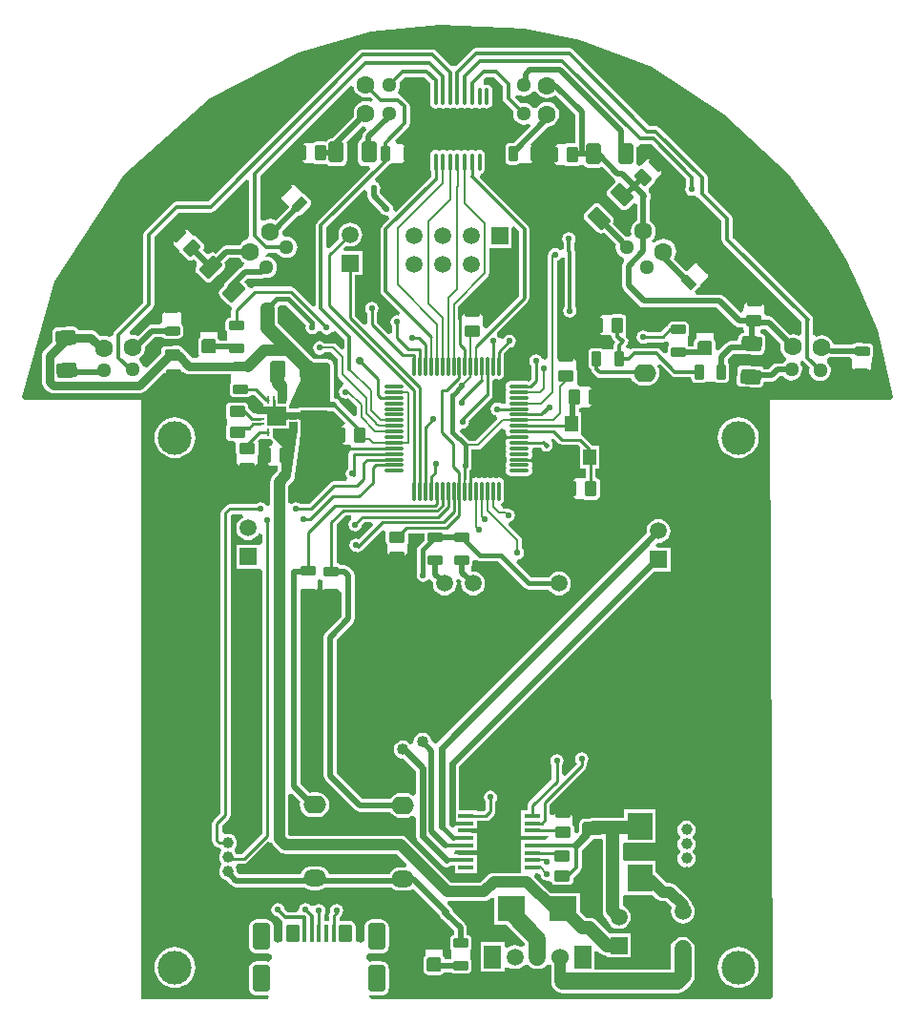
<source format=gtl>
%FSTAX23Y23*%
%MOIN*%
%SFA1B1*%

%IPPOS*%
%AMD10*
4,1,8,-0.029900,-0.024600,0.028100,-0.026600,0.034700,-0.020400,0.036000,0.018000,0.029900,0.024600,-0.028100,0.026600,-0.034700,0.020400,-0.036000,-0.018000,-0.029900,-0.024600,0.0*
1,1,0.012800,-0.029700,-0.018200*
1,1,0.012800,0.028300,-0.020200*
1,1,0.012800,0.029700,0.018200*
1,1,0.012800,-0.028300,0.020200*
%
%AMD11*
4,1,8,-0.038600,0.002400,0.002400,-0.038600,0.011500,-0.038600,0.038600,-0.011500,0.038600,-0.002400,-0.002400,0.038600,-0.011500,0.038600,-0.038600,0.011500,-0.038600,0.002400,0.0*
1,1,0.012800,-0.034100,0.006900*
1,1,0.012800,0.006900,-0.034100*
1,1,0.012800,0.034100,-0.006900*
1,1,0.012800,-0.006900,0.034100*
%
%AMD12*
4,1,8,-0.015700,0.021700,-0.015700,-0.021700,-0.011800,-0.025600,0.011800,-0.025600,0.015700,-0.021700,0.015700,0.021700,0.011800,0.025600,-0.011800,0.025600,-0.015700,0.021700,0.0*
1,1,0.007800,-0.011800,0.021700*
1,1,0.007800,-0.011800,-0.021700*
1,1,0.007800,0.011800,-0.021700*
1,1,0.007800,0.011800,0.021700*
%
%AMD13*
4,1,8,0.019700,-0.022600,0.019700,0.022600,0.014800,0.027500,-0.014800,0.027500,-0.019700,0.022600,-0.019700,-0.022600,-0.014800,-0.027500,0.014800,-0.027500,0.019700,-0.022600,0.0*
1,1,0.009800,0.014800,-0.022600*
1,1,0.009800,0.014800,0.022600*
1,1,0.009800,-0.014800,0.022600*
1,1,0.009800,-0.014800,-0.022600*
%
%AMD14*
4,1,8,0.021700,0.015700,-0.021700,0.015700,-0.025600,0.011800,-0.025600,-0.011800,-0.021700,-0.015700,0.021700,-0.015700,0.025600,-0.011800,0.025600,0.011800,0.021700,0.015700,0.0*
1,1,0.007800,0.021700,0.011800*
1,1,0.007800,-0.021700,0.011800*
1,1,0.007800,-0.021700,-0.011800*
1,1,0.007800,0.021700,-0.011800*
%
%AMD18*
4,1,8,0.029700,0.022600,-0.029700,0.022600,-0.035400,0.016900,-0.035400,-0.016900,-0.029700,-0.022600,0.029700,-0.022600,0.035400,-0.016900,0.035400,0.016900,0.029700,0.022600,0.0*
1,1,0.011400,0.029700,0.016900*
1,1,0.011400,-0.029700,0.016900*
1,1,0.011400,-0.029700,-0.016900*
1,1,0.011400,0.029700,-0.016900*
%
%AMD21*
4,1,8,-0.025600,0.029000,-0.025600,-0.029000,-0.019200,-0.035400,0.019200,-0.035400,0.025600,-0.029000,0.025600,0.029000,0.019200,0.035400,-0.019200,0.035400,-0.025600,0.029000,0.0*
1,1,0.012800,-0.019200,0.029000*
1,1,0.012800,-0.019200,-0.029000*
1,1,0.012800,0.019200,-0.029000*
1,1,0.012800,0.019200,0.029000*
%
%AMD22*
4,1,8,0.002400,0.038600,-0.038600,-0.002400,-0.038600,-0.011500,-0.011500,-0.038600,-0.002400,-0.038600,0.038600,0.002400,0.038600,0.011500,0.011500,0.038600,0.002400,0.038600,0.0*
1,1,0.012800,0.006900,0.034100*
1,1,0.012800,-0.034100,-0.006900*
1,1,0.012800,-0.006900,-0.034100*
1,1,0.012800,0.034100,0.006900*
%
%AMD23*
4,1,8,0.028100,0.026600,-0.029900,0.024600,-0.036000,0.018000,-0.034700,-0.020400,-0.028100,-0.026600,0.029900,-0.024600,0.036000,-0.018000,0.034700,0.020400,0.028100,0.026600,0.0*
1,1,0.012800,0.028300,0.020200*
1,1,0.012800,-0.029700,0.018200*
1,1,0.012800,-0.028300,-0.020200*
1,1,0.012800,0.029700,-0.018200*
%
%AMD28*
4,1,8,0.022600,0.019700,-0.022600,0.019700,-0.027500,0.014800,-0.027500,-0.014800,-0.022600,-0.019700,0.022600,-0.019700,0.027500,-0.014800,0.027500,0.014800,0.022600,0.019700,0.0*
1,1,0.009800,0.022600,0.014800*
1,1,0.009800,-0.022600,0.014800*
1,1,0.009800,-0.022600,-0.014800*
1,1,0.009800,0.022600,-0.014800*
%
%AMD29*
4,1,8,-0.006900,0.028100,-0.006900,-0.028100,-0.005500,-0.029500,0.005500,-0.029500,0.006900,-0.028100,0.006900,0.028100,0.005500,0.029500,-0.005500,0.029500,-0.006900,0.028100,0.0*
1,1,0.002800,-0.005500,0.028100*
1,1,0.002800,-0.005500,-0.028100*
1,1,0.002800,0.005500,-0.028100*
1,1,0.002800,0.005500,0.028100*
%
%AMD30*
4,1,8,-0.023600,0.024800,-0.023600,-0.024800,-0.018900,-0.029500,0.018900,-0.029500,0.023600,-0.024800,0.023600,0.024800,0.018900,0.029500,-0.018900,0.029500,-0.023600,0.024800,0.0*
1,1,0.009400,-0.018900,0.024800*
1,1,0.009400,-0.018900,-0.024800*
1,1,0.009400,0.018900,-0.024800*
1,1,0.009400,0.018900,0.024800*
%
%AMD31*
4,1,8,-0.025000,0.018700,-0.025000,-0.018700,-0.018700,-0.025000,0.018700,-0.025000,0.025000,-0.018700,0.025000,0.018700,0.018700,0.025000,-0.018700,0.025000,-0.025000,0.018700,0.0*
1,1,0.012600,-0.018700,0.018700*
1,1,0.012600,-0.018700,-0.018700*
1,1,0.012600,0.018700,-0.018700*
1,1,0.012600,0.018700,0.018700*
%
%AMD34*
4,1,8,0.023300,0.018900,-0.021900,0.020500,-0.027000,0.015800,-0.028000,-0.013800,-0.023300,-0.018900,0.021900,-0.020500,0.027000,-0.015800,0.028000,0.013800,0.023300,0.018900,0.0*
1,1,0.009800,0.023100,0.014000*
1,1,0.009800,-0.022100,0.015600*
1,1,0.009800,-0.023100,-0.014000*
1,1,0.009800,0.022100,-0.015600*
%
%AMD35*
4,1,8,0.029900,-0.002100,-0.002100,0.029900,-0.009000,0.029900,-0.029900,0.009000,-0.029900,0.002100,0.002100,-0.029900,0.009000,-0.029900,0.029900,-0.009000,0.029900,-0.002100,0.0*
1,1,0.009800,0.026400,-0.005500*
1,1,0.009800,-0.005500,0.026400*
1,1,0.009800,-0.026400,0.005500*
1,1,0.009800,0.005500,-0.026400*
%
%AMD36*
4,1,8,0.002100,0.029900,-0.029900,-0.002100,-0.029900,-0.009000,-0.009000,-0.029900,-0.002100,-0.029900,0.029900,0.002100,0.029900,0.009000,0.009000,0.029900,0.002100,0.029900,0.0*
1,1,0.009800,0.005500,0.026400*
1,1,0.009800,-0.026400,-0.005500*
1,1,0.009800,-0.005500,-0.026400*
1,1,0.009800,0.026400,0.005500*
%
%AMD37*
4,1,8,-0.021900,-0.020500,0.023300,-0.018900,0.028000,-0.013800,0.027000,0.015800,0.021900,0.020500,-0.023300,0.018900,-0.028000,0.013800,-0.027000,-0.015800,-0.021900,-0.020500,0.0*
1,1,0.009800,-0.022100,-0.015600*
1,1,0.009800,0.023100,-0.014000*
1,1,0.009800,0.022100,0.015600*
1,1,0.009800,-0.023100,0.014000*
%
%AMD38*
4,1,8,0.022200,0.014900,-0.021100,0.016400,-0.025200,0.012700,-0.026000,-0.010900,-0.022200,-0.014900,0.021100,-0.016400,0.025200,-0.012700,0.026000,0.010900,0.022200,0.014900,0.0*
1,1,0.007800,0.022100,0.011000*
1,1,0.007800,-0.021300,0.012600*
1,1,0.007800,-0.022100,-0.011000*
1,1,0.007800,0.021300,-0.012600*
%
%AMD39*
4,1,8,-0.026400,0.004200,0.004200,-0.026400,0.009800,-0.026400,0.026400,-0.009800,0.026400,-0.004200,-0.004200,0.026400,-0.009800,0.026400,-0.026400,0.009800,-0.026400,0.004200,0.0*
1,1,0.007800,-0.023700,0.007000*
1,1,0.007800,0.007000,-0.023700*
1,1,0.007800,0.023700,-0.007000*
1,1,0.007800,-0.007000,0.023700*
%
%AMD40*
4,1,8,-0.004200,-0.026400,0.026400,0.004200,0.026400,0.009800,0.009800,0.026400,0.004200,0.026400,-0.026400,-0.004200,-0.026400,-0.009800,-0.009800,-0.026400,-0.004200,-0.026400,0.0*
1,1,0.007800,-0.007000,-0.023700*
1,1,0.007800,0.023700,0.007000*
1,1,0.007800,0.007000,0.023700*
1,1,0.007800,-0.023700,-0.007000*
%
%AMD41*
4,1,8,-0.021100,-0.016400,0.022200,-0.014900,0.026000,-0.010900,0.025200,0.012700,0.021100,0.016400,-0.022200,0.014900,-0.026000,0.010900,-0.025200,-0.012700,-0.021100,-0.016400,0.0*
1,1,0.007800,-0.021300,-0.012600*
1,1,0.007800,0.022100,-0.011000*
1,1,0.007800,0.021300,0.012600*
1,1,0.007800,-0.022100,0.011000*
%
%AMD42*
4,1,8,-0.024600,0.023600,-0.024600,-0.023600,-0.019700,-0.028500,0.019700,-0.028500,0.024600,-0.023600,0.024600,0.023600,0.019700,0.028500,-0.019700,0.028500,-0.024600,0.023600,0.0*
1,1,0.009800,-0.019700,0.023600*
1,1,0.009800,-0.019700,-0.023600*
1,1,0.009800,0.019700,-0.023600*
1,1,0.009800,0.019700,0.023600*
%
%AMD79*
4,1,8,-0.031500,0.031500,-0.031500,-0.031500,-0.015800,-0.047200,0.015800,-0.047200,0.031500,-0.031500,0.031500,0.031500,0.015800,0.047200,-0.015800,0.047200,-0.031500,0.031500,0.0*
1,1,0.031400,-0.015800,0.031500*
1,1,0.031400,-0.015800,-0.031500*
1,1,0.031400,0.015800,-0.031500*
1,1,0.031400,0.015800,0.031500*
%
G04~CAMADD=10~8~0.0~0.0~709.0~512.0~64.0~0.0~15~0.0~0.0~0.0~0.0~0~0.0~0.0~0.0~0.0~0~0.0~0.0~0.0~178.0~722.0~530.0*
%ADD10D10*%
G04~CAMADD=11~8~0.0~0.0~709.0~512.0~64.0~0.0~15~0.0~0.0~0.0~0.0~0~0.0~0.0~0.0~0.0~0~0.0~0.0~0.0~135.0~810.0~808.0*
%ADD11D11*%
G04~CAMADD=12~8~0.0~0.0~512.0~315.0~39.0~0.0~15~0.0~0.0~0.0~0.0~0~0.0~0.0~0.0~0.0~0~0.0~0.0~0.0~90.0~314.0~512.0*
%ADD12D12*%
G04~CAMADD=13~8~0.0~0.0~551.0~394.0~49.0~0.0~15~0.0~0.0~0.0~0.0~0~0.0~0.0~0.0~0.0~0~0.0~0.0~0.0~270.0~394.0~550.0*
%ADD13D13*%
G04~CAMADD=14~8~0.0~0.0~512.0~315.0~39.0~0.0~15~0.0~0.0~0.0~0.0~0~0.0~0.0~0.0~0.0~0~0.0~0.0~0.0~0.0~512.0~315.0*
%ADD14D14*%
%ADD15O,0.015700X0.059100*%
%ADD16R,0.086600X0.094500*%
%ADD17R,0.045300X0.055100*%
G04~CAMADD=18~8~0.0~0.0~709.0~453.0~57.0~0.0~15~0.0~0.0~0.0~0.0~0~0.0~0.0~0.0~0.0~0~0.0~0.0~0.0~0.0~709.0~453.0*
%ADD18D18*%
%ADD19O,0.011800X0.070900*%
%ADD20O,0.070900X0.011800*%
G04~CAMADD=21~8~0.0~0.0~709.0~512.0~64.0~0.0~15~0.0~0.0~0.0~0.0~0~0.0~0.0~0.0~0.0~0~0.0~0.0~0.0~90.0~512.0~708.0*
%ADD21D21*%
G04~CAMADD=22~8~0.0~0.0~709.0~512.0~64.0~0.0~15~0.0~0.0~0.0~0.0~0~0.0~0.0~0.0~0.0~0~0.0~0.0~0.0~45.0~808.0~809.0*
%ADD22D22*%
G04~CAMADD=23~8~0.0~0.0~709.0~512.0~64.0~0.0~15~0.0~0.0~0.0~0.0~0~0.0~0.0~0.0~0.0~0~0.0~0.0~0.0~2.0~720.0~531.0*
%ADD23D23*%
%ADD24R,0.094500X0.086600*%
%ADD25R,0.009800X0.027600*%
%ADD26R,0.027600X0.009800*%
%ADD27R,0.066100X0.066100*%
G04~CAMADD=28~8~0.0~0.0~551.0~394.0~49.0~0.0~15~0.0~0.0~0.0~0.0~0~0.0~0.0~0.0~0.0~0~0.0~0.0~0.0~0.0~551.0~394.0*
%ADD28D28*%
G04~CAMADD=29~8~0.0~0.0~591.0~138.0~14.0~0.0~15~0.0~0.0~0.0~0.0~0~0.0~0.0~0.0~0.0~0~0.0~0.0~0.0~90.0~138.0~590.0*
%ADD29D29*%
G04~CAMADD=30~8~0.0~0.0~591.0~472.0~47.0~0.0~15~0.0~0.0~0.0~0.0~0~0.0~0.0~0.0~0.0~0~0.0~0.0~0.0~90.0~472.0~590.0*
%ADD30D30*%
G04~CAMADD=31~8~0.0~0.0~500.0~500.0~63.0~0.0~15~0.0~0.0~0.0~0.0~0~0.0~0.0~0.0~0.0~0~0.0~0.0~0.0~90.0~500.0~500.0*
%ADD31D31*%
%ADD32R,0.096800X0.100800*%
%ADD33R,0.055100X0.013800*%
G04~CAMADD=34~8~0.0~0.0~551.0~394.0~49.0~0.0~15~0.0~0.0~0.0~0.0~0~0.0~0.0~0.0~0.0~0~0.0~0.0~0.0~358.0~560.0~408.0*
%ADD34D34*%
G04~CAMADD=35~8~0.0~0.0~551.0~394.0~49.0~0.0~15~0.0~0.0~0.0~0.0~0~0.0~0.0~0.0~0.0~0~0.0~0.0~0.0~315.0~628.0~626.0*
%ADD35D35*%
G04~CAMADD=36~8~0.0~0.0~551.0~394.0~49.0~0.0~15~0.0~0.0~0.0~0.0~0~0.0~0.0~0.0~0.0~0~0.0~0.0~0.0~45.0~626.0~627.0*
%ADD36D36*%
G04~CAMADD=37~8~0.0~0.0~551.0~394.0~49.0~0.0~15~0.0~0.0~0.0~0.0~0~0.0~0.0~0.0~0.0~0~0.0~0.0~0.0~182.0~560.0~409.0*
%ADD37D37*%
G04~CAMADD=38~8~0.0~0.0~512.0~315.0~39.0~0.0~15~0.0~0.0~0.0~0.0~0~0.0~0.0~0.0~0.0~0~0.0~0.0~0.0~358.0~520.0~329.0*
%ADD38D38*%
G04~CAMADD=39~8~0.0~0.0~512.0~315.0~39.0~0.0~15~0.0~0.0~0.0~0.0~0~0.0~0.0~0.0~0.0~0~0.0~0.0~0.0~135.0~552.0~551.0*
%ADD39D39*%
G04~CAMADD=40~8~0.0~0.0~512.0~315.0~39.0~0.0~15~0.0~0.0~0.0~0.0~0~0.0~0.0~0.0~0.0~0~0.0~0.0~0.0~225.0~552.0~552.0*
%ADD40D40*%
G04~CAMADD=41~8~0.0~0.0~512.0~315.0~39.0~0.0~15~0.0~0.0~0.0~0.0~0~0.0~0.0~0.0~0.0~0~0.0~0.0~0.0~182.0~518.0~329.0*
%ADD41D41*%
G04~CAMADD=42~8~0.0~0.0~571.0~492.0~49.0~0.0~15~0.0~0.0~0.0~0.0~0~0.0~0.0~0.0~0.0~0~0.0~0.0~0.0~90.0~492.0~570.0*
%ADD42D42*%
%ADD43C,0.010000*%
%ADD44C,0.008000*%
%ADD45C,0.009800*%
%ADD46C,0.014000*%
%ADD47C,0.019700*%
%ADD48C,0.009000*%
%ADD49C,0.016000*%
%ADD50C,0.011800*%
%ADD51C,0.050000*%
%ADD52C,0.020000*%
%ADD53C,0.039400*%
%ADD54C,0.011000*%
%ADD55C,0.015700*%
%ADD56C,0.027600*%
%ADD57C,0.045000*%
%ADD58C,0.040000*%
%ADD59C,0.047200*%
%ADD60C,0.030000*%
%ADD61C,0.012000*%
%ADD62C,0.023600*%
%ADD63C,0.059100*%
%ADD64C,0.009500*%
%ADD65C,0.018000*%
%ADD66C,0.008900*%
%ADD67C,0.118100*%
%ADD68O,0.078700X0.063000*%
%ADD69O,0.078700X0.059100*%
%ADD70C,0.063000*%
%ADD71C,0.051200*%
%ADD72C,0.039400*%
%ADD73C,0.059100*%
%ADD74R,0.059100X0.078700*%
%ADD75C,0.060000*%
%ADD76C,0.019700*%
%ADD77R,0.059100X0.059100*%
%ADD78R,0.059100X0.059100*%
G04~CAMADD=79~8~0.0~0.0~945.0~630.0~157.0~0.0~15~0.0~0.0~0.0~0.0~0~0.0~0.0~0.0~0.0~0~0.0~0.0~0.0~90.0~630.0~944.0*
%ADD79D79*%
%ADD80C,0.022000*%
%ADD81C,0.027600*%
%ADD82C,0.040000*%
%ADD83C,0.028000*%
%LNshank2.0_pcb-1*%
%LPD*%
G36*
X00238Y03398D02*
X00432Y03358D01*
X00681Y03262*
X00936Y03098*
X01163Y02885*
X01301Y02689*
X01363Y02591*
X01405Y02495*
X01471Y02344*
X01524Y02109*
X01516Y021*
X01094*
X01104Y00013*
X01096Y00005*
X-00298*
X-00306Y00016*
X-00304Y00021*
X-00303Y00021*
X-00303Y00021*
X-00296Y0002*
X-00264*
X-00257Y00021*
X-0025Y00024*
X-00244Y00028*
X-0024Y00034*
X-00237Y00041*
X-00236Y00048*
Y00111*
X-00237Y00118*
X-0024Y00125*
X-00244Y00131*
X-0025Y00135*
X-00257Y00138*
X-00264Y00139*
X-00296*
X-00303Y00138*
X-00303Y00138*
X-00315Y00145*
Y0016*
X-00305Y00167*
X-00305*
X-00303Y00167*
X-00303Y00167*
X-00296Y00166*
X-00264*
X-00257Y00167*
X-0025Y0017*
X-00244Y00174*
X-0024Y0018*
X-00237Y00187*
X-00236Y00194*
Y00257*
X-00237Y00264*
X-0024Y00271*
X-00244Y00276*
X-0025Y00281*
X-00257Y00284*
X-00264Y00285*
X-00296*
X-00303Y00284*
X-00309Y00281*
X-00315Y00276*
X-0032Y00271*
X-00322Y00264*
X-00323Y00257*
Y00209*
X-00335Y00203*
X-00335Y00203*
X-00337Y00204*
X-00338Y00205*
X-00346Y00208*
X-00347Y00208*
X-00349Y00209*
X-0035Y00209*
X-00352Y00212*
Y00262*
X-00354Y00268*
X-00357Y00274*
X-00363Y00277*
X-00369Y00279*
X-00407*
X-00409Y0028*
X-00409Y00294*
X-00406Y00296*
X-00405Y00298*
X-00403Y003*
X-00398Y00307*
X-00396Y00316*
X-00398Y00325*
X-00403Y00332*
X-00411Y00338*
X-0042Y00339*
X-00428Y00338*
X-00436Y00332*
X-00441Y00325*
X-00443Y00316*
X-00442Y0031*
X-00442*
X-00445Y00304*
X-00447Y00298*
X-00446Y00297*
Y00281*
X-00449Y00279*
X-0046*
X-00463Y00281*
Y003*
X-00459Y00307*
X-00457Y00316*
X-00459Y00324*
X-00464Y00332*
X-00472Y00337*
X-00481Y00339*
X-00489Y00337*
X-00496Y00333*
X-00497Y00332*
X-0051Y00334*
X-00511Y00336*
X-00519Y00341*
X-00528Y00343*
X-00536Y00341*
X-00544Y00336*
X-00549Y00328*
X-00551Y0032*
X-00561Y0031*
X-0059*
X-00601Y0032*
X-00602Y00327*
X-00607Y00335*
X-00615Y0034*
X-00624Y00342*
X-00632Y0034*
X-0064Y00335*
X-00645Y00327*
X-00647Y00319*
X-00645Y0031*
X-0064Y00302*
X-00632Y00297*
X-00628Y00296*
X-0061Y00279*
X-00608Y00268*
X-00609Y00262*
Y00212*
X-00615Y00208*
X-00623Y00205*
X-00624Y00204*
X-00626Y00203*
X-00626Y00203*
X-00638Y00209*
Y00257*
X-00639Y00264*
X-00642Y00271*
X-00646Y00276*
X-00652Y00281*
X-00658Y00284*
X-00666Y00285*
X-00697*
X-00704Y00284*
X-00711Y00281*
X-00717Y00276*
X-00721Y00271*
X-00724Y00264*
X-00725Y00257*
Y00194*
X-00724Y00187*
X-00721Y0018*
X-00717Y00174*
X-00711Y0017*
X-00704Y00167*
X-00697Y00166*
X-00666*
X-00658Y00167*
X-00658Y00167*
X-00658*
X-00646Y0016*
Y00145*
X-00658Y00138*
X-00658Y00138*
X-00666Y00139*
X-00697*
X-00704Y00138*
X-00711Y00135*
X-00717Y00131*
X-00721Y00125*
X-00724Y00118*
X-00725Y00111*
Y00048*
X-00724Y00041*
X-00721Y00034*
X-00717Y00028*
X-00711Y00024*
X-00704Y00021*
X-00697Y0002*
X-00666*
X-00658Y00021*
X-00655Y00016*
X-0066Y00005*
X-01102*
Y021*
X-01512*
X-01519Y02109*
X-01404Y02514*
X-01163Y02885*
X-00861Y03153*
X-00553Y03312*
X-00297Y03388*
X-00059Y03411*
X00238Y03398*
G37*
%LNshank2.0_pcb-2*%
%LPC*%
G36*
X00984Y02039D02*
X0097Y02038D01*
X00957Y02034*
X00944Y02027*
X00933Y02018*
X00925Y02008*
X00918Y01995*
X00914Y01982*
X00913Y01968*
X00914Y01954*
X00918Y01941*
X00925Y01928*
X00933Y01918*
X00944Y01909*
X00957Y01902*
X0097Y01898*
X00984Y01897*
X00998Y01898*
X01011Y01902*
X01023Y01909*
X01034Y01918*
X01043Y01928*
X0105Y01941*
X01054Y01954*
X01055Y01968*
X01054Y01982*
X0105Y01995*
X01043Y02008*
X01034Y02018*
X01023Y02027*
X01011Y02034*
X00998Y02038*
X00984Y02039*
G37*
G36*
X00804Y0063D02*
X00795Y00629D01*
X00788Y00626*
X00781Y00621*
X00776Y00614*
X00773Y00607*
X00772Y00599*
X00773Y0059*
X00776Y00583*
X00781Y00576*
Y00571*
X00776Y00564*
X00773Y00557*
X00772Y00549*
X00773Y0054*
X00776Y00533*
X00781Y00526*
Y00521*
X00776Y00514*
X00773Y00507*
X00772Y00499*
X00773Y0049*
X00776Y00483*
X00781Y00476*
X00788Y00471*
X00795Y00468*
X00804Y00467*
X00812Y00468*
X00819Y00471*
X00826Y00476*
X00831Y00483*
X00834Y0049*
X00835Y00499*
X00834Y00507*
X00831Y00514*
X00826Y00521*
Y00526*
X00831Y00533*
X00834Y0054*
X00835Y00549*
X00834Y00557*
X00831Y00564*
X00826Y00571*
Y00576*
X00831Y00583*
X00834Y0059*
X00835Y00599*
X00834Y00607*
X00831Y00614*
X00826Y00621*
X00819Y00626*
X00812Y00629*
X00804Y0063*
G37*
G36*
X-00984Y02039D02*
X-00998Y02038D01*
X-01011Y02034*
X-01023Y02027*
X-01034Y02018*
X-01043Y02008*
X-0105Y01995*
X-01054Y01982*
X-01055Y01968*
X-01054Y01954*
X-0105Y01941*
X-01043Y01928*
X-01034Y01918*
X-01023Y01909*
X-01011Y01902*
X-00998Y01898*
X-00984Y01897*
X-0097Y01898*
X-00957Y01902*
X-00944Y01909*
X-00933Y01918*
X-00925Y01928*
X-00918Y01941*
X-00914Y01954*
X-00913Y01968*
X-00914Y01982*
X-00918Y01995*
X-00925Y02008*
X-00933Y02018*
X-00944Y02027*
X-00957Y02034*
X-0097Y02038*
X-00984Y02039*
G37*
G36*
Y00189D02*
X-00998Y00188D01*
X-01011Y00183*
X-01023Y00177*
X-01034Y00168*
X-01043Y00157*
X-0105Y00145*
X-01054Y00132*
X-01055Y00118*
X-01054Y00104*
X-0105Y0009*
X-01043Y00078*
X-01034Y00067*
X-01023Y00058*
X-01011Y00052*
X-00998Y00048*
X-00984Y00046*
X-0097Y00048*
X-00957Y00052*
X-00944Y00058*
X-00933Y00067*
X-00925Y00078*
X-00918Y0009*
X-00914Y00104*
X-00913Y00118*
X-00914Y00132*
X-00918Y00145*
X-00925Y00157*
X-00933Y00168*
X-00944Y00177*
X-00957Y00183*
X-0097Y00188*
X-00984Y00189*
G37*
G36*
X00984D02*
X0097Y00188D01*
X00957Y00183*
X00944Y00177*
X00933Y00168*
X00925Y00157*
X00918Y00145*
X00914Y00132*
X00913Y00118*
X00914Y00104*
X00918Y0009*
X00925Y00078*
X00933Y00067*
X00944Y00058*
X00957Y00052*
X0097Y00048*
X00984Y00046*
X00998Y00048*
X01011Y00052*
X01023Y00058*
X01034Y00067*
X01043Y00078*
X0105Y0009*
X01054Y00104*
X01055Y00118*
X01054Y00132*
X0105Y00145*
X01043Y00157*
X01034Y00168*
X01023Y00177*
X01011Y00183*
X00998Y00188*
X00984Y00189*
G37*
G36*
X00394Y03329D02*
D01*
X00069*
X00062Y03328*
X00055Y03324*
X-00002Y03266*
X-00018Y03265*
X-00072Y03319*
X-00078Y03323*
X-00085Y03324*
X-00327*
X-00327*
X-00334Y03323*
X-0034Y03319*
X-00867Y02792*
X-00979*
X-00986Y0279*
X-00992Y02786*
X-01088Y0269*
X-01092Y02684*
X-01094Y02677*
Y02441*
X-01194Y02341*
X-01198Y02335*
X-012Y02328*
Y02327*
X-01206Y02322*
X-01212Y0232*
X-01221Y02323*
X-01232Y02324*
X-01243Y02323*
X-01245Y02322*
X-01259Y02336*
X-01265Y0234*
X-01271Y02343*
X-01275Y02343*
X-01278Y02344*
X-01319*
X-01319Y02344*
X-01324Y0235*
X-0133Y02354*
X-01337Y02355*
X-01395Y02353*
X-01402Y02352*
X-01408Y02347*
X-01412Y02341*
X-01413Y02334*
X-01412Y02302*
X-01442Y02272*
X-01446Y02266*
X-01449Y0226*
X-01449Y02256*
X-0145Y02253*
Y02163*
X-01449Y02159*
X-01449Y02156*
X-01446Y02149*
X-01442Y02143*
X-01428Y02129*
X-01422Y02125*
X-01416Y02122*
X-01409Y02122*
X-01108*
X-01104Y02122*
X-01101Y02122*
X-01094Y02125*
X-01089Y02129*
X-01021Y02197*
X-01017Y02193*
X-00962Y02195*
X-00954Y02198*
X-00948Y02194*
X-00942Y02191*
X-00935Y02191*
X-00788*
Y0216*
X-00791Y02155*
X-00792Y02149*
Y02125*
X-00791Y02119*
X-00788Y02114*
X-00782Y02111*
X-00776Y02109*
X-00733*
X-00727Y02111*
X-00722Y02114*
X-0072Y02117*
X-0071Y02118*
X-00706Y02117*
X-00678Y02089*
X-00674Y02086*
Y02076*
X-00641*
X-00635*
X-00596*
Y02057*
X-00545*
Y02062*
X-00453*
X-00452Y02061*
X-00431*
X-0039Y0202*
X-00393Y02013*
X-00401Y02005*
Y0195*
X-00393Y01942*
X-00371*
X-00368Y01939*
X-00367Y01936*
X-00371Y01924*
X-00372Y01923*
X-00376Y01917*
X-00377Y01911*
Y01861*
X-00381Y01858*
X-00386Y0185*
X-00388Y01842*
X-00386Y01833*
X-00383Y01827*
X-00385Y01819*
X-00388Y01816*
X-00429*
X-00436Y01814*
X-00441Y01811*
X-00516Y01736*
X-00546*
X-00553Y0174*
X-00562Y01742*
X-0057Y0174*
X-00575Y01737*
X-00584Y0174*
X-00587Y01742*
Y018*
X-00574Y01813*
X-00569Y0182*
X-00566Y01827*
X-00565Y01836*
X-00565Y01838*
X-0055Y01951*
X-00544Y0199*
X-00544Y01991*
X-00544Y01992*
Y02022*
X-00544Y02026*
X-00545Y02027*
Y02031*
X-00549*
X-00551Y02033*
X-00556Y02034*
X-00586*
X-0059Y02033*
X-00592Y02031*
X-00596*
Y02027*
X-00597Y02026*
X-00598Y02022*
Y02013*
X-00638*
X-00643Y02014*
X-00647Y02013*
X-00659*
Y02051*
X-00683*
X-00685Y02052*
X-00707*
X-00727Y02071*
Y02074*
X-00728Y02081*
X-00732Y02086*
X-00737Y0209*
X-00744Y02091*
X-00789*
X-00795Y0209*
X-00801Y02086*
X-00805Y02081*
X-00806Y02074*
Y02044*
X-00805Y02038*
X-00802Y02033*
Y02014*
X-00805Y0201*
X-00806Y02003*
Y01974*
X-00805Y01967*
X-00801Y01962*
X-00795Y01958*
X-00789Y01957*
X-0078*
X-00771Y01946*
Y01916*
X-0077Y0191*
X-00767Y01905*
Y01877*
X-00759Y01869*
X-00704*
X-00696Y01877*
Y01905*
X-00693Y0191*
X-00692Y01916*
Y01946*
X-00693Y01952*
X-00695Y01956*
X-00686Y01965*
X-00674Y01962*
X-0065*
X-00641Y01952*
X-00645Y01941*
X-00651*
X-00659Y01933*
Y01878*
X-00651Y0187*
X-00624*
Y01853*
X-00641Y01836*
X-00646Y01829*
X-0065Y01821*
X-00651Y01813*
Y01735*
X-00662Y01728*
X-00663Y01728*
X-00667Y01735*
X-00675Y0174*
X-00684Y01742*
X-00692Y0174*
X-00699Y01736*
X-00793*
X-00799Y01734*
X-00805Y01731*
X-00819Y01717*
X-00822Y01711*
X-00824Y01705*
Y00656*
X-00849Y00631*
X-00852Y00625*
X-00854Y00619*
Y00561*
X-00852Y00554*
X-00849Y00548*
X-00841Y0054*
X-00835Y00537*
X-00829Y00535*
X-00827*
X-00823Y0053*
X-00821Y00525*
X-00826Y00518*
X-00829Y00511*
X-0083Y00503*
X-00829Y00494*
X-00826Y00487*
X-00821Y0048*
Y00475*
X-00826Y00468*
X-00829Y00461*
X-0083Y00453*
X-00829Y00444*
X-00826Y00437*
X-00821Y0043*
X-00814Y00425*
X-00807Y00422*
X-00803Y00421*
X-00787Y00405*
X-00779Y004*
X-00771Y00398*
X-00533*
X-00526Y00393*
X-00516Y00389*
X-00505Y00388*
X-00486*
X-00475Y00389*
X-00465Y00393*
X-00459Y00398*
X-00227*
X-00226Y00397*
X-00217Y0039*
X-00207Y00386*
X-00196Y00385*
X-00177*
X-00166Y00386*
X-00156Y0039*
X-00151Y00394*
X-00064Y00307*
X-00063Y00302*
X-0006Y00296*
X-00056Y0029*
X-00051Y00286*
X-00047Y00285*
X-00008Y00245*
Y0023*
X-00013Y00229*
X-00019Y00226*
X-00022Y0022*
X-00023Y00214*
Y00191*
X-00022Y00184*
X-00019Y0018*
Y00146*
X-00019Y00146*
X-00041*
Y00147*
X-00043Y00154*
X-00047Y0016*
X-00049Y00161*
Y00181*
X-00109*
Y00161*
X-0011Y0016*
X-00114Y00154*
X-00116Y00147*
Y00109*
X-00114Y00102*
X-0011Y00096*
X-00104Y00092*
X-00097Y00091*
X-0006*
X-00053Y00092*
X-00047Y00096*
X-00043Y00101*
X-00019*
X-00019Y001*
X-00013Y00097*
X-00007Y00096*
X00035*
X00041Y00097*
X00047Y001*
X0005Y00106*
X00051Y00112*
Y00135*
X0005Y00142*
X00047Y00146*
Y0018*
X0005Y00184*
X00051Y00191*
Y00214*
X0005Y0022*
X00047Y00226*
X00041Y00229*
X00036Y0023*
Y00255*
X00034Y00263*
X00029Y0027*
X-00012Y00313*
X-00013Y00317*
X-00015Y0032*
X-00016Y00321*
X-0002Y00327*
X-00023Y00329*
X-00032Y00339*
X-00032Y0034*
X-00027Y0035*
X00095*
X00103Y00351*
X00111Y00354*
X00118Y0036*
X00121Y00363*
X00132Y00359*
Y00266*
X00175*
X00239Y00203*
X00238Y00194*
X00226Y00189*
X00225Y0019*
X00215Y00194*
X00204Y00195*
X00193Y00194*
X00183Y0019*
X00179Y00186*
X00167Y00191*
Y00205*
X00084*
Y00102*
X00167*
Y00116*
X00179Y00121*
X00183Y00117*
X00193Y00113*
X00204Y00112*
X00215Y00113*
X00225Y00117*
X00234Y00124*
X00237Y00128*
X00237Y00128*
X0025*
X00251Y00128*
X00254Y00124*
X00262Y00117*
X00272Y00113*
X00283Y00112*
X00294Y00113*
X00304Y00117*
X00313Y00124*
X00315Y00127*
X00316Y00128*
X00329Y00128*
X00329Y00127*
X0033Y00127*
Y0008*
X00331Y00072*
X00331Y00071*
X00331Y0007*
X00332Y00059*
X00336Y00049*
X00343Y0004*
X00352Y00033*
X00362Y00029*
X00373Y00028*
X00771*
X00781Y00029*
X00791Y00033*
X008Y0004*
X00818Y00058*
X00818Y00059*
X00819Y00059*
X00826Y00068*
X0083Y00078*
X00831Y00089*
Y00182*
X0083Y00192*
X00826Y00202*
X00819Y00211*
X0081Y00218*
X008Y00222*
X0079Y00223*
X00779Y00222*
X00769Y00218*
X0076Y00211*
X00753Y00202*
X00749Y00192*
X00748Y00182*
Y00111*
X00482*
Y00172*
X00493Y00177*
X00501Y00168*
X00509Y00163*
X00517Y00159*
X00525Y00158*
Y00152*
X00608*
Y00235*
X00536*
X00491Y0028*
X00483Y00286*
X00475Y00289*
X00465Y0029*
X00453*
X00431Y00313*
Y00377*
X00329*
X00273Y00433*
X00276Y00445*
X00282Y00448*
X00293Y00442*
X00294Y00435*
X00299Y00427*
X00307Y00422*
X00316Y0042*
X00317Y00421*
X0033Y00416*
X00334Y0041*
X00339Y00407*
X00346Y00405*
X00391*
X00398Y00407*
X00403Y0041*
X00407Y00416*
X00408Y00422*
Y00431*
X00431Y00454*
X00435Y0046*
X00437Y00468*
Y00526*
X00478Y00567*
X00506*
X00511Y00563*
Y00323*
X0051Y00315*
X00511Y00305*
X00515Y00297*
X0052Y00289*
X00526Y00283*
X00526Y00283*
X0053Y00273*
X00537Y00264*
X00546Y00257*
X00556Y00253*
X00567Y00252*
X00577Y00253*
X00587Y00257*
X00596Y00264*
X00603Y00273*
X00607Y00283*
X00608Y00294*
X00607Y00304*
X00603Y00314*
X00596Y00323*
X00587Y0033*
X0058Y00333*
Y00362*
X00585Y00371*
X00592*
X00685*
X00698Y00358*
X00705Y00353*
X00712Y0035*
X00721Y00349*
X00732*
X00752Y00329*
X0075Y00323*
X00749Y00313*
X0075Y00302*
X00754Y00292*
X00761Y00283*
X0077Y00276*
X0078Y00272*
X00791Y00271*
X00801Y00272*
X00811Y00276*
X0082Y00283*
X00827Y00292*
X00831Y00302*
X00832Y00313*
X00831Y00323*
X00827Y00333*
X00822Y0034*
X00821Y00344*
X00818Y00351*
X00813Y00358*
X00768Y00403*
X00761Y00408*
X00754Y00411*
X00746Y00412*
X00734*
X007Y00446*
X00696Y00449*
Y00489*
X00592*
X00585*
X0058Y00499*
Y00542*
X00585Y00552*
X00696*
Y0067*
X00585*
Y0064*
X00479*
X00469Y00639*
X00464Y00637*
X00446*
X00439Y00635*
X00434Y00632*
X0043Y00626*
X00428Y00619*
Y00592*
X0042Y00586*
X0041Y0059*
Y00605*
X00408Y00612*
X00405Y00616*
Y00645*
X00397Y00653*
X00342*
X00337Y00648*
X00326Y00652*
Y00686*
X0045Y0081*
X00453Y00816*
X00455Y00823*
Y0083*
X00459Y00837*
X00461Y00846*
X00459Y00854*
X00454Y00862*
X00446Y00867*
X00438Y00869*
X00429Y00867*
X00421Y00862*
X00416Y00854*
X00414Y00846*
X00416Y00837*
X0042Y0083*
Y0083*
X00379Y00788*
X00368Y00792*
Y00823*
X00372Y0083*
X00374Y00839*
X00372Y00847*
X00367Y00855*
X00359Y0086*
X00351Y00862*
X00342Y0086*
X00334Y00855*
X00329Y00847*
X00327Y00839*
X00329Y0083*
X00333Y00823*
Y00775*
X00253Y00694*
X00249Y00688*
X00248Y00682*
Y00665*
X00225*
Y00627*
Y00602*
Y00576*
X00304*
Y00578*
X00318*
X0032Y00575*
X00313Y00563*
X00265*
X00262Y00562*
X00225*
Y00525*
Y00499*
Y00474*
Y00448*
X00214*
X0013*
X00121Y00447*
X00114Y00444*
X00107Y00439*
X00082Y00414*
X-00018*
X-00172Y00568*
X-00179Y00573*
X-00186Y00576*
X-00195Y00577*
X-00583*
X-00587Y00581*
Y00721*
X-00575Y00726*
X-00546Y00696*
X-00547Y00685*
X-00546Y00674*
X-00541Y00664*
X-00534Y00655*
X-00525Y00648*
X-00515Y00643*
X-00503Y00642*
X-00488*
X-00476Y00643*
X-00466Y00648*
X-00457Y00655*
X-0045Y00664*
X-00445Y00674*
X-00444Y00685*
X-00445Y00697*
X-0045Y00707*
X-00457Y00716*
X-00466Y00723*
X-00476Y00728*
X-00488Y00729*
X-00503*
X-00515Y00728*
X-00545Y00759*
Y01433*
X-00544Y01434*
X-00493*
X-00485Y01442*
Y01471*
X-00482Y01474*
X-0047Y01469*
Y01441*
X-00462Y01433*
X-00411*
X-00401Y01427*
Y01344*
X-00458Y01286*
X-00463Y01279*
X-00465Y01271*
Y00787*
X-00463Y00779*
X-00458Y00772*
X-00353Y00667*
X-00346Y00662*
X-00338Y0066*
X-00232*
X-00225Y00652*
X-00216Y00645*
X-00206Y0064*
X-00194Y00639*
X-00179*
X-00167Y0064*
X-00157Y00645*
X-00153Y00647*
X-00142Y00641*
Y00575*
X-0014Y00565*
X-00135Y00558*
X-00053Y00476*
X-00045Y0047*
X-00036Y00468*
X-00026Y0047*
X-00022Y00473*
X-00006*
Y00448*
X00072*
Y00474*
Y00511*
X00053*
X0005Y00512*
X-00009*
X-0001Y00513*
X-00004Y00525*
X00052*
X00054Y00525*
X00072*
Y00569*
X00072Y00569*
X00072Y0057*
Y00588*
X00055*
X00053Y00589*
X00009*
X00008Y0059*
X00014Y00601*
X00051*
X00054Y00602*
X00072*
Y00629*
X00103*
X0011Y0063*
X00115Y00634*
X00131Y00649*
X00134Y00655*
X00136Y00662*
Y00696*
X0014Y00703*
X00142Y00712*
X0014Y0072*
X00135Y00728*
X00127Y00733*
X00119Y00735*
X0011Y00733*
X00102Y00728*
X00097Y0072*
X00095Y00712*
X00097Y00703*
X00101Y00696*
Y00669*
X00096Y00663*
X00072*
Y00665*
X00008*
Y00821*
X00687Y015*
X00747*
Y01583*
X007*
X00695Y01594*
X00701Y01601*
X00706Y016*
X00716Y01601*
X00726Y01605*
X00735Y01612*
X00742Y01621*
X00746Y01631*
X00747Y01642*
X00746Y01652*
X00742Y01662*
X00735Y01671*
X00726Y01678*
X00716Y01682*
X00706Y01683*
X00695Y01682*
X00685Y01678*
X00676Y01671*
X00669Y01662*
X00665Y01652*
X00664Y01642*
X00665Y01635*
X-00067Y00902*
X-00071Y00901*
X-00076Y00901*
X-00086Y00906*
X-00088Y00914*
X-00091Y00922*
X-00096Y00928*
X-00103Y00933*
X-0011Y00937*
X-00119Y00938*
X-00127Y00937*
X-00135Y00933*
X-00141Y00928*
X-00146Y00922*
X-0015Y00914*
X-00151Y00906*
X-0015Y00903*
X-00162Y00898*
X-00164Y00901*
X-00171Y00906*
X-00178Y0091*
X-00187Y00911*
X-00195Y0091*
X-00203Y00906*
X-00209Y00901*
X-00214Y00895*
X-00218Y00887*
X-00219Y00879*
X-00218Y0087*
X-00214Y00863*
X-00209Y00856*
X-00203Y00851*
X-00195Y00848*
X-00187Y00846*
X-00185Y00847*
X-00142Y00804*
Y00724*
X-00153Y00718*
X-00157Y0072*
X-00167Y00725*
X-00179Y00726*
X-00194*
X-00206Y00725*
X-00216Y0072*
X-00225Y00713*
X-00232Y00705*
X-00328*
X-0042Y00797*
Y01261*
X-00363Y01319*
X-00358Y01326*
X-00356Y01335*
Y01487*
X-00358Y01495*
X-00363Y01502*
X-00377Y01517*
X-00384Y01521*
X-00393Y01523*
X-00403*
X-00404Y01524*
X-00409Y01528*
X-00415Y01529*
X-00419*
Y01664*
X-00389Y01695*
X-0037*
X-00367Y01683*
X-00371Y0168*
X-00376Y01672*
X-00378Y01664*
X-00376Y01655*
X-00371Y01647*
X-00363Y01642*
X-00355Y0164*
X-00346Y01642*
X-00338Y01647*
X-00333Y01655*
X-00331Y01664*
X-00331Y01664*
X-00322Y01674*
X-00297*
X-00292Y01663*
X-00342Y01613*
X-00343Y01614*
X-00352Y01616*
X-0036Y01614*
X-00368Y01609*
X-00373Y01601*
X-00375Y01593*
X-00373Y01584*
X-00368Y01576*
X-0036Y01571*
X-00352Y01569*
X-00351Y01569*
X-00346Y01568*
X-00339Y0157*
X-00333Y01573*
X-0026Y01647*
X-00256Y01646*
X-00256Y01646*
X-00247Y01635*
Y01605*
X-00246Y01599*
X-00243Y01594*
Y01566*
X-00235Y01558*
X-0018*
X-00172Y01566*
Y01594*
X-00169Y01599*
X-00168Y01605*
Y01634*
X-00114*
X-00111Y01632*
Y01611*
X-00131Y01591*
X-00135Y01585*
X-00137Y01577*
Y01498*
X-00138Y01496*
X-0014Y01488*
X-00138Y01479*
X-00133Y01471*
X-00125Y01466*
X-00117Y01464*
X-00108Y01466*
X-00101Y01471*
X-001Y01471*
X-00098Y01472*
X-00092Y01472*
X-00083Y01461*
X-00083Y01459*
X-00082Y01448*
X-00078Y01438*
X-00071Y01429*
X-00062Y01422*
X-00052Y01418*
X-00042Y01417*
X-00031Y01418*
X-00021Y01422*
X-00012Y01429*
X-00005Y01438*
X-00001Y01448*
X0Y01459*
X-00001Y01469*
X-00002Y01471*
X00007Y01477*
X00017Y01468*
X00016Y01459*
X00017Y01448*
X00021Y01438*
X00028Y01429*
X00037Y01422*
X00047Y01418*
X00058Y01417*
X00068Y01418*
X00078Y01422*
X00087Y01429*
X00094Y01438*
X00098Y01448*
X00099Y01459*
X00098Y01469*
X00094Y01479*
X00087Y01488*
X00078Y01495*
X00068Y01499*
X00058Y015*
X00056Y015*
X0005Y01504*
X0005Y01505*
X00052Y01518*
X00055Y01523*
X00056Y01529*
Y01537*
X00063Y01541*
X00068Y01542*
X00073Y01539*
X00081Y01537*
X00145*
X00238Y01444*
X00245Y0144*
X00253Y01438*
X00321*
X00321Y01438*
X00328Y01429*
X00337Y01422*
X00347Y01418*
X00358Y01417*
X00368Y01418*
X00378Y01422*
X00387Y01429*
X00394Y01438*
X00398Y01448*
X00399Y01459*
X00398Y01469*
X00394Y01479*
X00387Y01488*
X00378Y01495*
X00368Y01499*
X00358Y015*
X00347Y01499*
X00337Y01495*
X00328Y01488*
X00321Y01479*
X00321Y01479*
X00261*
X00209Y01531*
X00211Y01538*
X00214Y01543*
X00221Y01544*
X00229Y01549*
X00234Y01557*
X00236Y01566*
X00234Y01574*
X00229Y01582*
X00229Y01582*
Y01609*
X00227Y01615*
X00224Y0162*
X00182Y01662*
X00186Y01674*
X00189Y01675*
X00197Y0168*
X00202Y01688*
X00204Y01697*
X00202Y01705*
X00197Y01713*
X00189Y01718*
X00181Y0172*
X00179Y01719*
X00173Y01721*
X00164*
X00161Y01723*
X00155Y01732*
X00156Y01736*
X0016Y01739*
X00164Y01745*
X00165Y01752*
Y01811*
X00164Y01817*
X0016Y01823*
X00154Y01827*
X00147Y01829*
X0014Y01827*
X00137Y01825*
X00134Y01827*
X00128Y01829*
X00121Y01827*
X00118Y01825*
X00115Y01827*
X00108Y01829*
X00101Y01827*
X00098Y01825*
X00095Y01827*
X00088Y01829*
X00081Y01827*
X00078Y01825*
X00075Y01827*
X00068Y01829*
X00062Y01827*
X00058Y01825*
X0005Y01827*
X00046Y0183*
Y01853*
X00046Y01853*
X00051Y01861*
X00053Y0187*
X00051Y01879*
X0005Y01881*
Y01926*
X00074*
X00081Y01927*
X00086Y01931*
X00154Y01999*
X00168Y01997*
X00171Y01992*
X0017Y0199*
X00172Y01983*
X00176Y01977*
Y0197*
Y01963*
Y01963*
X00172Y01957*
X0017Y0195*
X00172Y01943*
X00174Y0194*
X00172Y01938*
X0017Y01931*
X00172Y01924*
X00174Y01921*
X00172Y01918*
X0017Y01911*
X00172Y01904*
X00176Y01898*
Y01898*
Y01891*
Y01884*
X00172Y01879*
X0017Y01872*
X00172Y01865*
X00174Y01862*
X00172Y01859*
X0017Y01852*
X00172Y01845*
X00176Y01839*
X00182Y01835*
X00189Y01834*
X00248*
X00254Y01835*
X0026Y01839*
X00264Y01845*
X00266Y01852*
X00264Y01859*
X00262Y01862*
X00264Y01865*
X00266Y01872*
X00264Y01879*
X0026Y01884*
Y01891*
Y01898*
Y01898*
X00264Y01904*
X00266Y01911*
X00264Y01918*
X00262Y01921*
X00264Y01924*
X00266Y01931*
X00268Y01933*
X00294*
X00294Y01932*
X00299Y01925*
X00306Y0192*
X00314Y01919*
X00323Y0192*
X0033Y01925*
X00335Y01932*
X00336Y01941*
X00335Y01949*
X00331Y01955*
X00333Y01963*
X00334Y01968*
X00337Y01968*
X00356Y01948*
X00362Y01945*
X00369Y01943*
X00423*
X0043Y01937*
Y0186*
X00452*
Y01829*
X00448Y01828*
X00443Y01825*
X00415*
X00407Y01817*
Y01762*
X00415Y01754*
X00443*
X00448Y01751*
X00454Y0175*
X00484*
X0049Y01751*
X00496Y01755*
X005Y0176*
X00501Y01767*
Y01812*
X005Y01819*
X00496Y01824*
X0049Y01828*
X00486Y01829*
Y0186*
X00499*
Y01939*
X00476*
X00443Y01973*
X00436Y01978*
Y02057*
X00427*
Y0207*
X00432Y02071*
X00437Y02074*
X00465*
X00473Y02082*
Y02137*
X00465Y02145*
X00437*
X00432Y02148*
X00426Y02149*
X0042Y02161*
Y02161*
X00421Y02167*
Y02197*
X0042Y02203*
X00417Y02208*
Y02236*
X00409Y02244*
X00354*
X00351Y02245*
Y02585*
X00354Y02586*
X00362Y02591*
X00366Y02597*
X00375Y02596*
X00377Y02595*
Y02425*
X00374Y02419*
X00372Y02411*
X00374Y02402*
X00379Y02394*
X00387Y02389*
X00396Y02387*
X00404Y02389*
X00412Y02394*
X00417Y02402*
X00419Y02411*
X00417Y02419*
X00414Y02425*
Y02618*
X00412Y02624*
X00411Y02627*
Y02649*
X00414Y02654*
X00416Y02663*
X00414Y02671*
X00409Y02679*
X00401Y02684*
X00393Y02686*
X00384Y02684*
X00376Y02679*
X00371Y02671*
X00369Y02663*
X00371Y02654*
X00374Y02649*
Y02627*
X00363Y02623*
X00362Y02624*
X00354Y02629*
X00346Y02631*
X00337Y02629*
X00329Y02624*
X00325Y02618*
X00323Y02616*
X0032Y02611*
X00318Y02605*
Y02249*
X00307Y02241*
X003Y02243*
X00299Y02244*
X00294Y02252*
X00286Y02257*
X00278Y02259*
X00269Y02257*
X00261Y02252*
X00256Y02244*
X00254Y02236*
X00256Y02227*
X0026Y0222*
Y02174*
X00251Y02164*
X00248Y02165*
X00189*
X00182Y02164*
X00176Y0216*
X00172Y02154*
X0017Y02147*
X00172Y0214*
X00174Y02137*
X00172Y02134*
X0017Y02128*
X00172Y02121*
X00174Y02118*
X00172Y02115*
X0017Y02108*
X00172Y02101*
X00174Y02098*
X00172Y02095*
X0017Y02088*
X00168Y02086*
X00157*
X00151Y02089*
X00143Y02091*
X00134Y02089*
X00126Y02084*
X00121Y02076*
X00119Y02068*
X00121Y02059*
X00126Y02051*
X00134Y02046*
X00138Y02045*
X00142Y02033*
X00068Y01958*
X00042*
X00012Y01989*
X00017Y02*
X00021Y01999*
X00029Y02001*
X00037Y02006*
X00042Y02014*
X00044Y02023*
X00043Y02027*
X00121Y02105*
X00125Y02111*
X00126Y02118*
X00125Y02125*
X00124Y02125*
Y02168*
X00128Y0217*
X00134Y02172*
X00137Y02174*
X0014Y02172*
X00147Y0217*
X00154Y02172*
X0016Y02176*
X00164Y02182*
X00165Y02189*
Y02248*
X00164Y02253*
Y02261*
X00185Y02282*
X00192Y02283*
X002Y02288*
X00205Y02296*
X00207Y02305*
X00205Y02313*
X002Y02321*
X00192Y02326*
X00184Y02328*
X00175Y02326*
X00167Y02321*
X00162Y02313*
X00161Y02313*
X00148Y02315*
X00143Y02323*
X00141Y02338*
X00142Y02338*
X00146Y02341*
X00248Y02443*
X00249Y02444*
X00253Y0245*
X00255Y02457*
Y02698*
X00253Y02705*
X00249Y02711*
X00082Y02878*
X00086Y02891*
X00087Y02891*
X00094Y02896*
X00098Y02902*
X001Y0291*
Y02953*
X00098Y02961*
X00094Y02967*
X00087Y02972*
X0008Y02973*
X00072Y02972*
X00067Y02968*
X00062Y02972*
X00054Y02973*
X00046Y02972*
X00041Y02968*
X00036Y02972*
X00028Y02973*
X00021Y02972*
X00016Y02968*
X00011Y02972*
X00003Y02973*
X-00004Y02972*
X-00009Y02968*
X-00014Y02972*
X-00022Y02973*
X-0003Y02972*
X-00035Y02968*
X-0004Y02972*
X-00047Y02973*
X-00055Y02972*
X-0006Y02968*
X-00065Y02972*
X-00073Y02973*
X-00081Y02972*
X-00087Y02967*
X-00092Y02961*
X-00093Y02953*
Y0291*
X-00092Y02902*
X-0009Y029*
Y02877*
X-00211Y02756*
X-00222Y02762*
X-00221Y02767*
X-00223Y02775*
X-00228Y02783*
X-00232Y02786*
X-00267Y02821*
Y02833*
X-00266Y02839*
X-00268Y02847*
X-00273Y02855*
X-0028Y0286*
X-00281Y0286*
X-00284Y02873*
X-00236Y0292*
X-00234Y02923*
X-00231Y02924*
X-00226Y02927*
X-00189*
X-00181Y02935*
Y02986*
X-00189Y02994*
X-0021*
X-00215Y03005*
X-00168Y03052*
X-00164Y03058*
X-00162Y03065*
Y03125*
X-00164Y03131*
X-00168Y03137*
X-00191Y0316*
X-00197Y03164*
X-002Y03165*
X-00205Y03173*
X-00205Y03177*
X-00203Y0318*
X-00199Y03189*
X-00198Y03199*
X-00199Y03209*
X-00179Y03228*
X-00113*
X-00092Y03207*
Y03186*
X-00093Y03181*
Y03138*
X-00092Y0313*
X-00087Y03124*
X-00081Y0312*
X-00073Y03118*
X-00065Y0312*
X-0006Y03123*
X-00055Y0312*
X-00047Y03118*
X-0004Y0312*
X-00035Y03123*
X-0003Y0312*
X-00022Y03118*
X-00014Y0312*
X-00009Y03123*
X-00004Y0312*
X00003Y03118*
X00011Y0312*
X00016Y03123*
X00021Y0312*
X00028Y03118*
X00036Y0312*
X00041Y03123*
X00046Y0312*
X00054Y03118*
X00062Y0312*
X00067Y03123*
X00072Y0312*
X0008Y03118*
X00087Y0312*
X00092Y03123*
X00098Y0312*
X00105Y03118*
X00113Y0312*
X00119Y03124*
X00124Y0313*
X00125Y03138*
Y03181*
X00124Y03189*
X00119Y03196*
X00113Y032*
X00105Y03201*
X00098Y032*
X00094Y03203*
X00094Y03217*
X00102Y03226*
X00131*
X00161Y03196*
Y03154*
X00163Y03147*
X00167Y03141*
X00199Y03109*
X00198Y03099*
X00199Y03089*
X00203Y0308*
X00209Y03072*
X00217Y03066*
X00226Y03063*
X00236Y03061*
X00246Y03063*
X00251Y03065*
X00258Y03055*
X00199Y02996*
X00186*
X00179Y02995*
X00174Y02992*
X00171Y02986*
X0017Y0298*
Y02937*
X00171Y02931*
X00174Y02926*
X00179Y02922*
X00186Y02921*
X00209*
X00215Y02922*
X0022Y02925*
X00257*
X00265Y02933*
Y02984*
X00257Y02992*
Y02992*
X0032Y03054*
X00327Y03055*
X00337Y0306*
X00346Y03067*
X00353Y03076*
X00358Y03086*
X00359Y03098*
X00358Y03109*
X00353Y03119*
X00346Y03128*
X00337Y03135*
X00327Y0314*
X00316Y03141*
X00304Y0314*
X00294Y03135*
X00285Y03128*
X0028Y03122*
X00277Y03121*
X00271Y03121*
X00266Y03121*
X00262Y03126*
X00255Y03132*
X00246Y03136*
X00236Y03137*
X00226Y03136*
X00206Y03156*
X00206Y03158*
X00206Y0316*
X0021Y03163*
X0022Y03165*
X00226Y03163*
X00236Y03161*
X00246Y03163*
X00255Y03166*
X00262Y03172*
X00265Y03176*
X00274*
X00278Y03175*
X00278Y03175*
X00285Y03167*
X00294Y0316*
X00304Y03155*
X00316Y03154*
X00327Y03155*
X00337Y0316*
X00346Y03166*
X00416Y03095*
Y02996*
X0039*
X00383Y02995*
X00379Y02992*
X0035*
X00343Y02984*
Y02929*
X0035Y02921*
X00379*
X00383Y02918*
X0039Y02917*
X00419*
X00426Y02918*
X00429Y02921*
X00432Y02921*
X00438Y0292*
X00444Y02919*
X00445Y02916*
X00451Y02912*
X00458Y02911*
X00497*
X00504Y02912*
X00507Y02915*
X00547Y02875*
X00551Y02872*
X00553Y0287*
X00554Y02863*
Y02859*
X0053Y02835*
X00526Y02829*
X00525Y02822*
X00526Y02815*
X0053Y02809*
X00571Y02768*
X00577Y02764*
X00584Y02762*
X00591Y02764*
X00598Y02768*
X00618Y02788*
X0063Y02783*
Y02726*
X00621Y0272*
X00614Y02711*
X0061Y027*
X00609Y02689*
X0061Y0268*
X00608Y02677*
X00606Y02674*
X006Y0267*
X00594Y02671*
X00593Y02671*
X00546Y02718*
X00548Y0272*
X00549Y02727*
X00548Y02734*
X00544Y0274*
X00503Y02781*
X00497Y02785*
X0049Y02787*
X00483Y02785*
X00477Y02781*
X00449Y02754*
X00445Y02748*
X00444Y02741*
X00445Y02734*
X00449Y02728*
X00491Y02687*
X00497Y02683*
X00504Y02681*
X00511Y02683*
X00515Y02686*
X00557Y02644*
X00558Y02642*
X00556Y02633*
X00558Y02624*
X00561Y02614*
X00567Y02607*
X00575Y02601*
X00583Y02598*
X00585Y02591*
X00586Y02585*
X00585Y02583*
X0058Y02576*
X00578Y02568*
Y02499*
X0058Y0249*
X00585Y02483*
X00639Y02429*
X00646Y02424*
X00655Y02422*
X00909*
X00973Y02359*
X0098Y02354*
X00989Y02352*
X01001*
X01002Y02351*
X01003Y0235*
X01004Y02337*
X01004Y02335*
X01003Y02334*
X00996Y02333*
X0099Y02329*
X00985Y02323*
X00984Y02316*
X00983Y02305*
X00958*
X00949Y02303*
X00942Y02298*
X00916Y02272*
X00904Y02276*
Y023*
X00902Y02307*
X00898Y02313*
X00897Y02314*
Y02334*
X00837*
Y02314*
X00835Y02313*
X00831Y02307*
X00829Y023*
Y02288*
X00808*
X00808Y02289*
Y02322*
X00811Y02327*
X00812Y02333*
Y02357*
X00811Y02363*
X00808Y02368*
X00802Y02372*
X00796Y02373*
X00753*
X00747Y02372*
X00742Y02368*
X00738Y02363*
X00737Y02359*
X00734Y02357*
X00713Y02336*
X00668*
X00661Y0234*
X00653Y02342*
X00644Y0234*
X00636Y02335*
X00631Y02327*
X00629Y02319*
X00631Y0231*
X00636Y02302*
X00644Y02297*
X00653Y02295*
X00661Y02297*
X00668Y02301*
X0072*
X00726Y02303*
X00729Y02305*
X00741Y02301*
Y02289*
X00738Y02284*
X00737Y02278*
Y02266*
X00725Y02261*
X0071Y02276*
X00704Y0228*
X00697Y02281*
X0062*
X00613Y0228*
X0061Y02278*
X00599Y02279*
X00596Y0228*
X00593Y02287*
X00593Y02289*
X00598Y02296*
X006Y02305*
X00598Y02313*
X00593Y0232*
X00592Y02331*
X00593Y02337*
Y02383*
X00592Y02389*
X00588Y02395*
X00583Y02398*
X00576Y024*
X00547*
X0054Y02398*
X00536Y02395*
X00507*
X00499Y02388*
Y02332*
X00507Y02325*
X00536*
X0054Y02322*
X00543Y02321*
X00545Y02314*
X00549Y02308*
X00554Y02303*
X00551Y02297*
X00549Y0229*
Y0228*
X00545Y02277*
X00511*
X00507Y0228*
X00501Y02281*
X00477*
X00471Y0228*
X00466Y02277*
X00462Y02272*
X00461Y02265*
Y02222*
X00462Y02216*
X00466Y02211*
X00471Y02207*
X00471*
X00472Y02201*
X00476Y02195*
X00489Y02182*
X00495Y02178*
X00502Y02177*
X00609*
X00611Y02171*
X00618Y02162*
X00627Y02155*
X00638Y02151*
X00649Y0215*
X00665*
X00676Y02151*
X00687Y02155*
X00696Y02162*
X00703Y02171*
X00707Y02182*
X00708Y02193*
X00707Y02205*
X00703Y02215*
X007Y02218*
X00709Y02226*
X0075Y02185*
X00756Y02181*
X00763Y02179*
X00819*
Y02176*
X0082Y0217*
X00824Y02164*
X00829Y02161*
X00835Y0216*
X00859*
X00865Y02161*
X00869Y02164*
X00903*
X00908Y02161*
X00914Y0216*
X00937*
X00943Y02161*
X00949Y02164*
X00952Y0217*
X00953Y02176*
Y02219*
X00952Y02225*
X00949Y0223*
X00949Y02242*
X00967Y0226*
X00994*
X01Y02259*
X01058Y02257*
X01065Y02258*
X01072Y02262*
X01076Y02268*
X01077Y02275*
X01079Y02313*
X01078Y0232*
X01074Y02326*
X01068Y02331*
X01061Y02332*
X01062Y02344*
X01065Y02345*
X0107Y02348*
X01081*
X01132Y02296*
X01131Y02287*
X01132Y02275*
X01136Y02265*
X01143Y02256*
X01149Y02251*
X0115Y02248*
Y02241*
X01149Y02237*
X01144Y02234*
X0114Y02228*
X01121*
X01113Y02226*
X01105Y02222*
X01092Y02208*
X01072*
X0107Y02212*
X01064Y02217*
X01057Y02218*
X00999Y0222*
X00992Y02219*
X00986Y02215*
X00981Y02209*
X0098Y02202*
X00978Y02164*
X00979Y02157*
X00983Y02151*
X00989Y02146*
X00996Y02145*
X01054Y02143*
X01061Y02144*
X01068Y02148*
X01072Y02154*
X01073Y02161*
X01074Y02164*
X01101*
X0111Y02166*
X01117Y02171*
X01129Y02183*
X01141Y02182*
X01142Y0218*
X0115Y02174*
X01159Y0217*
X01169Y02168*
X01179Y02169*
X01188Y02173*
X01196Y02178*
X01202Y02186*
X01206Y02195*
X01208Y02205*
X01207Y02215*
X01203Y02224*
X01203Y02225*
X01204Y02238*
X01208Y0224*
X01212Y02233*
X01234Y02212*
X01232Y02204*
X01233Y02194*
X01237Y02185*
X01242Y02177*
X0125Y02171*
X01259Y02166*
X01269Y02165*
X01278Y02166*
X01288Y02169*
X01296Y02175*
X01302Y02183*
X01306Y02191*
X01308Y02201*
X01307Y02211*
X01303Y0222*
X01298Y02228*
X01295Y02231*
X01295Y02239*
X01296Y02244*
X01304Y0225*
X01308Y02249*
X01375*
X01383Y0224*
X01382Y02213*
X01382Y02212*
X0139Y02204*
X01391Y02204*
X01441Y02202*
X01449Y0221*
X01451Y02247*
X01454Y02252*
X01455Y02258*
X01456Y02281*
X01455Y02288*
X01452Y02293*
X01447Y02297*
X01441Y02298*
X01397Y023*
X01391Y02298*
X01386Y02295*
X01384Y02293*
X01317*
X01313Y02302*
X01306Y02312*
X01298Y02319*
X01287Y02324*
X01276Y02325*
X01265Y02324*
X01257Y02321*
X01249Y02325*
X01245Y02328*
Y02374*
X01246Y02379*
X01244Y02386*
X0124Y02392*
X00965Y02667*
Y02732*
X00963Y02739*
X00959Y02745*
X00877Y02827*
Y02876*
X00875Y02883*
X00871Y02889*
X00709Y03051*
X00703Y03055*
X00696Y03057*
X00674*
X00408Y03324*
X00401Y03328*
X004Y03328*
X00394Y03329*
G37*
%LNshank2.0_pcb-3*%
%LPD*%
G36*
X-00647Y00553D02*
X-00646Y00552D01*
X-00641Y00546*
X-00619Y00523*
X-00612Y00518*
X-00605Y00515*
X-00597Y00514*
X-00208*
X-00174Y0048*
X-00175Y00473*
X-00179Y00468*
X-00196*
X-00207Y00467*
X-00217Y00463*
X-00226Y00456*
X-00233Y00447*
X-00234Y00443*
X-00446*
X-0045Y0045*
X-00456Y00459*
X-00465Y00466*
X-00475Y0047*
X-00486Y00471*
X-00505*
X-00516Y0047*
X-00526Y00466*
X-00535Y00459*
X-00542Y0045*
X-00545Y00443*
X-00758*
X-00767Y00452*
Y00453*
X-00768Y00461*
X-00771Y00468*
X-00765Y0048*
X-00743*
X-00737Y00481*
X-00731Y00485*
X-00661Y00555*
X-00647Y00553*
G37*
G36*
X-00745Y0169D02*
X-00749Y01688D01*
X-00758Y01681*
X-00765Y01672*
X-00769Y01662*
X-0077Y01652*
X-00769Y01641*
X-00765Y01631*
X-00758Y01622*
X-00749Y01615*
X-00739Y01611*
X-00729Y0161*
X-00718Y01611*
X-00708Y01615*
X-00699Y01622*
X-00692Y01631*
X-00691Y01633*
X-0068Y01631*
Y01602*
X-00687Y01593*
X-00691*
X-0077*
Y0151*
X-00691*
X-00687*
X-0068Y01502*
Y00585*
X-0075Y00514*
X-00769*
X-00771Y00518*
X-00776Y00525*
Y0053*
X-00771Y00537*
X-00768Y00544*
X-00767Y00553*
X-00768Y00561*
X-00771Y00568*
X-00776Y00575*
X-00783Y0058*
X-0079Y00583*
X-00799Y00584*
X-00807Y00583*
X-00808Y00583*
X-00819Y0059*
Y00611*
X-00794Y00636*
X-00791Y00642*
X-00789Y00649*
Y01697*
X-00785Y01701*
X-00747*
X-00745Y0169*
G37*
G36*
X-00556Y01992D02*
X-00562Y01953D01*
X-00578Y01833*
X-00602Y01928*
X-00606Y01932*
Y01933*
X-00614Y01941*
X-00614*
X-00642Y01971*
X-00643Y01972*
Y02002*
X-00642Y02001*
X-00586*
Y02022*
X-00556*
Y01992*
G37*
G36*
X-00312Y02828D02*
Y02812D01*
X-0031Y02803*
X-00305Y02796*
X-00264Y02754*
X-00261Y0275*
X-00253Y02745*
X-00245Y02743*
X-0024Y02744*
X-00234Y02733*
X-0026Y02707*
X-00264Y02701*
X-00266Y02695*
Y02479*
X-00264Y02472*
X-0026Y02466*
X-00255Y02462*
X-00198Y02405*
X-00203Y02394*
X-00209Y02395*
X-00217Y02393*
X-00225Y02388*
X-0023Y0238*
X-00232Y02372*
X-0023Y02363*
X-00226Y02356*
Y02333*
X-00237Y02329*
X-00278Y02371*
Y02403*
X-00274Y0241*
X-00272Y02419*
X-00274Y02427*
X-00279Y02435*
X-00287Y0244*
X-00296Y02442*
X-00304Y0244*
X-00312Y02435*
X-00317Y02427*
X-00319Y02419*
X-00317Y0241*
X-00313Y02403*
Y02367*
X-00323Y02362*
X-00324Y02362*
X-00354Y02393*
Y02536*
X-0033*
Y02619*
X-00391*
X-00395Y0263*
X-00386Y02639*
X-00382Y02637*
X-00372Y02636*
X-00361Y02637*
X-00351Y02641*
X-00342Y02648*
X-00335Y02657*
X-00331Y02667*
X-0033Y02678*
X-00331Y02688*
X-00335Y02698*
X-00342Y02707*
X-00351Y02714*
X-00361Y02718*
X-00372Y02719*
X-00382Y02718*
X-00392Y02714*
X-00401Y02707*
X-00408Y02698*
X-00412Y02688*
X-00413Y02678*
X-00412Y02667*
X-0041Y02663*
X-00445Y02629*
X-00455Y02633*
Y02701*
X-00324Y02833*
X-00323*
X-00312Y02828*
G37*
G36*
X00219Y0269D02*
Y02464D01*
X00121Y02366*
X00118Y02362*
X00105Y02349*
X00094Y02353*
Y02355*
X00093Y02361*
X0009Y02366*
Y02394*
X00082Y02402*
X00027*
X00019Y02394*
Y02375*
X00018Y02374*
X00006Y02379*
Y02427*
X0011Y02531*
X00113Y02536*
X00115Y02543*
Y0263*
X00191*
Y02701*
X00203Y02706*
X00219Y0269*
G37*
G36*
X-00359Y03192D02*
X-00359Y03188D01*
X-00354Y03178*
X-00347Y03169*
X-00338Y03162*
X-00328Y03157*
X-00317Y03156*
X-00305Y03157*
X-00301Y03159*
X-00291Y03149*
X-00298Y03139*
X-00305Y03142*
X-00317Y03143*
X-00328Y03142*
X-00338Y03137*
X-00347Y0313*
X-00354Y03121*
X-00359Y03111*
X-0036Y031*
X-00359Y03089*
X-00435Y03012*
X-0044*
X-00447Y03011*
X-00453Y03007*
X-00456Y03001*
X-0046Y03002*
X-0049*
X-00496Y03001*
X-00501Y02998*
X-00529*
X-00537Y0299*
Y02935*
X-00529Y02927*
X-00501*
X-00496Y02924*
X-0049Y02923*
X-0046*
X-00454Y02924*
X-00453Y02922*
X-00447Y02918*
X-0044Y02917*
X-00401*
X-00394Y02918*
X-00388Y02922*
X-00384Y02928*
X-00383Y02936*
Y02994*
X-00384Y03*
X-00329Y03056*
X-00318Y03054*
X-00314Y03044*
X-00322Y03035*
X-00327Y03028*
X-00329Y0302*
X-00333Y03011*
X-00339Y03007*
X-00343Y03001*
X-00344Y02994*
Y02936*
X-00343Y02928*
X-00339Y02922*
X-00333Y02918*
X-00326Y02917*
X-00306*
X-00302Y02906*
X-00486Y02721*
X-0049Y02715*
X-00492Y02709*
Y0243*
X-00503Y02426*
X-00567Y0249*
X-00573Y02493*
X-0058Y02495*
X-00706*
X-00712Y02493*
X-00715Y02491*
X-00725Y02493*
X-00728Y02495*
X-00728Y02496*
X-00732Y02501*
X-00742Y02512*
X-00731Y02523*
X-00682*
X-00673Y02525*
X-00672Y02526*
X-00665Y02525*
X-00655Y02526*
X-00646Y0253*
X-00638Y02536*
X-00632Y02544*
X-00628Y02553*
X-00627Y02563*
X-00628Y02572*
X-00632Y02581*
X-00638Y02589*
X-00646Y02595*
X-00655Y02599*
X-00665Y026*
X-00669Y02604*
X-00659Y02614*
X-00627*
X-00621Y02607*
X-00613Y02601*
X-00604Y02597*
X-00594Y02596*
X-00584Y02597*
X-00575Y02601*
X-00567Y02607*
X-00561Y02614*
X-00558Y02624*
X-00556Y02633*
X-00558Y02643*
X-00561Y02652*
X-00567Y0266*
X-00575Y02666*
X-00584Y0267*
X-00594Y02671*
X-00599Y0267*
X-00602Y02672*
X-00608Y02679*
X-00608Y02681*
X-00608Y02688*
X-00608Y0269*
X-00555Y02743*
X-00554Y02743*
X-00548Y02744*
X-00542Y02748*
X-00512Y02778*
X-00508Y02784*
X-00507Y0279*
X-00508Y02796*
X-00512Y02801*
X-00528Y02818*
X-00534Y02821*
X-00539Y02822*
X-00565Y02848*
X-00566Y02849*
X-00577*
X-00577Y02848*
X-00613Y02813*
Y02802*
X-00586Y02775*
X-00586Y02774*
X-00633Y02727*
X-0064Y0273*
X-00651Y02732*
X-00662Y0273*
X-00673Y02726*
X-00675Y02725*
X-00686Y0273*
Y02882*
X-00372Y03196*
X-00359Y03192*
G37*
G36*
X-00725Y02865D02*
Y02673D01*
Y02672*
X-00732Y0266*
X-00733Y02659*
X-00744Y02655*
X-00753Y02648*
X-00759Y02639*
X-00804*
X-00813Y02638*
X-0082Y02633*
X-00842Y02611*
X-00846Y02613*
X-00853Y02615*
X-0086Y02613*
X-00866Y02609*
X-00873*
X-00887Y02624*
X-00887Y02624*
X-00883Y0263*
X-00882Y02636*
X-00883Y02643*
X-00887Y02648*
X-00908Y02669*
X-00913Y02673*
X-00919Y02674*
X-00938Y02693*
X-00939Y02694*
X-0095*
X-0095Y02693*
X-00989Y02655*
Y02644*
X-00969Y02624*
X-00968Y02618*
X-00964Y02613*
X-00943Y02592*
X-00938Y02588*
X-00931Y02587*
X-00925Y02588*
X-00919Y02592*
X-00919Y02592*
X-00907Y0258*
Y02568*
X-00907Y02568*
X-00911Y02562*
X-00913Y02555*
X-00911Y02548*
X-00907Y02542*
X-0088Y02515*
X-00874Y02511*
X-00867Y02509*
X-0086Y02511*
X-00854Y02515*
X-00832Y02536*
X-00832Y02537*
X-00831Y02537*
X-00813Y02556*
X-00809Y02562*
X-00807Y02569*
X-00809Y02576*
X-00811Y02579*
X-00795Y02595*
X-00759*
X-00753Y02586*
X-00744Y02579*
X-00743Y02579*
X-00744Y02567*
X-00748Y02566*
X-00756Y02561*
X-00807Y02509*
X-00812Y02502*
X-00812Y02501*
X-00826Y02487*
X-0083Y02481*
X-00832Y02474*
X-0083Y02467*
X-00826Y02461*
X-00799Y02434*
X-00793Y0243*
X-00793Y0243*
X-00786Y02421*
X-00786Y02417*
X-00787Y02414*
Y02388*
X-00791*
X-00797Y02387*
X-00803Y02383*
X-00806Y02378*
X-00807Y02372*
Y02348*
X-00806Y02342*
X-00803Y02337*
Y02307*
X-00829*
X-0083Y02311*
X-00834Y02317*
X-00836Y02318*
Y02337*
X-00896*
Y02318*
X-00897Y02317*
X-00901Y02311*
X-00903Y02304*
Y02266*
X-00901Y02259*
X-009Y02256*
X-00904Y02246*
X-00905Y02245*
X-00923*
X-00953Y02274*
X-00954Y02279*
X-00958Y02284*
X-00964Y02287*
X-0097Y02289*
X-01016Y02287*
X-01022Y02285*
X-01027Y02282*
X-01031Y02276*
X-01032Y02269*
X-01032Y02263*
X-01082Y02213*
X-01095Y02217*
X-01095Y02217*
X-01099Y02226*
X-01105Y02234*
X-01106Y02235*
X-01107Y02241*
X-01106Y02249*
X-01099Y02255*
X-01092Y02264*
X-01088Y02274*
X-01087Y02286*
X-01087Y02287*
X-01055Y02319*
X-01027*
X-01025Y02317*
X-0102Y02314*
X-01014Y02313*
X-00971Y02314*
X-00964Y02316*
X-00959Y02319*
X-00956Y02325*
X-00955Y02331*
X-00956Y02354*
X-00957Y0236*
X-00961Y02365*
X-00962Y02402*
X-0097Y0241*
X-0102Y02408*
X-01021Y02408*
X-01029Y024*
X-01029Y02399*
X-01028Y02372*
X-01036Y02363*
X-01064*
X-01072Y02362*
X-0108Y02357*
X-01113Y02324*
X-01121Y02327*
X-01132Y02328*
X-01137Y02327*
X-01143Y02338*
X-01061Y0242*
X-01057Y02426*
X-01055Y02434*
Y02669*
X-00971Y02753*
X-0086*
X-00852Y02755*
X-00846Y02759*
X-00736Y02869*
X-00725Y02865*
G37*
G36*
X-00601Y02165D02*
X-00594Y02158D01*
Y02088*
X-00594Y02087*
X-00596Y02088*
X-00626*
Y02101*
Y02142*
X-00627Y02143*
X-00651Y02167*
Y02177*
Y02231*
X-00645Y02237*
X-00601*
Y02165*
G37*
G36*
X-00511Y02236D02*
X-0051Y02236D01*
X-00509Y02235*
X-00508Y02234*
X-00507Y02234*
X-00506Y02233*
X-00505Y02233*
X-00502Y02233*
X-00502Y02232*
X-00501Y02232*
X-005Y02231*
X-00499Y02231*
X-00498*
X-00496Y02231*
X-00455*
X-00446Y02222*
Y0222*
Y02081*
X-00448Y02079*
X-00453Y02074*
X-00453Y02074*
X-00545*
X-0055Y02073*
X-00554Y0207*
X-00555Y02069*
X-00584*
Y02076*
X-00585Y0208*
X-00586Y02081*
X-00555Y02147*
X-00546Y02165*
Y02237*
X-00511*
X-00511Y02236*
G37*
G36*
X00642Y02992D02*
D01*
X0068*
X00802Y0287*
Y02848*
X008Y02844*
X00798Y02836*
X008Y02827*
X00805Y02819*
X00813Y02814*
X00822Y02812*
X00828Y02814*
X0083Y02814*
X00843Y02808*
X00844Y02806*
X00926Y02724*
Y0266*
X00928Y02652*
X00932Y02646*
X01206Y02372*
Y02329*
X01195Y02324*
X01187Y02327*
X01176Y02329*
X01165Y02328*
X01164Y02328*
X01106Y02385*
X01099Y0239*
X0109Y02392*
X01082*
X01074Y02402*
X01075Y02428*
X01075Y02429*
X01067Y02437*
X01066*
X01012Y02439*
X01004Y02431*
X01003Y02409*
X00993Y02404*
X0099Y02405*
X00934Y0246*
X00927Y02465*
X00919Y02467*
X00837*
X00837Y02467*
X00833Y02479*
X00847Y02492*
X0085Y02498*
X00851Y02503*
X00878Y0253*
Y02541*
X00842Y02577*
X00831*
X00804Y0255*
X00803Y0255*
X00759Y02594*
X00761Y02596*
X00765Y02607*
X00767Y02618*
X00765Y0263*
X00761Y0264*
X00754Y02649*
X00745Y02656*
X00734Y0266*
X00723Y02662*
X00712Y0266*
X00701Y02656*
X00692Y02649*
X0068Y02653*
X0068Y02655*
X00683Y02658*
X0069Y02667*
X00694Y02678*
X00696Y02689*
X00694Y027*
X0069Y02711*
X00683Y0272*
X00674Y02726*
Y028*
X00677Y02804*
X00678Y02812*
X00677Y02821*
X00673Y02826*
X00671Y02831*
X0067Y02839*
X00691Y0286*
X00695Y02865*
X00696Y02871*
X00715Y0289*
X00716Y02891*
Y02902*
X00715Y02902*
X00677Y02941*
X00666*
X00646Y02921*
X0064Y0292*
X00638Y02918*
X00629Y02926*
X00629Y0293*
Y02984*
X0063Y02984*
X00637Y02991*
X0064Y02993*
X00642Y02992*
G37*
G36*
X-00526Y02361D02*
X-00528Y02353D01*
X-00526Y02344*
X-00521Y02336*
X-00513Y02331*
X-00505Y02329*
X-00496Y02331*
X-00488Y02336*
X-00486Y02339*
X-00484Y0234*
X-00473Y02339*
X-0047Y02335*
X-00462Y0233*
X-00454Y02328*
X-00445Y0233*
X-00437Y02335*
X-00435Y02338*
X-00421Y02341*
X-00392Y02311*
Y0228*
X-00403Y02275*
X-0042Y02293*
X-00425Y02296*
X-00432Y02298*
X-00462*
X-00462Y02298*
X-0047Y02303*
X-00479Y02305*
X-00487Y02303*
X-00495Y02298*
X-005Y0229*
X-00502Y02282*
X-005Y02273*
X-00495Y02265*
X-00487Y0226*
X-00479Y02258*
X-0047Y0226*
X-00462Y02265*
X-00462Y02265*
X-00438*
X-00416Y02243*
Y02189*
X-00414Y02183*
X-00411Y02178*
X-00395Y02161*
X-00396Y02155*
X-00398Y02148*
X-00404Y02144*
X-00409Y02136*
X-00411Y02128*
X-00409Y02119*
X-00404Y02111*
X-00396Y02106*
X-00388Y02104*
X-00379Y02106*
X-00349Y02076*
Y02047*
X-0036Y02042*
X-00406Y02088*
X-00407Y02092*
X-00412Y02099*
X-00419Y02104*
X-00428Y02106*
X-00429*
Y02221*
X-00431Y02229*
X-00436Y02236*
X-00443Y02241*
X-00452Y02243*
X-00496*
X-00498Y02244*
X-00502Y02245*
X-00625Y02368*
Y02413*
X-00625Y02418*
X-00625Y02422*
X-00617Y02431*
X-00596*
X-00526Y02361*
G37*
G54D10*
X01027Y02181D03*
X01031Y02296D03*
G54D11*
X00497Y02734D03*
X00577Y02815D03*
G54D12*
X00489Y02244D03*
X00567D03*
X00926Y02197D03*
X00847D03*
X00197Y02959D03*
X00276D03*
X-00249Y02961D03*
X-0017D03*
G54D13*
X00491Y0236D03*
X00562D03*
X-00339Y01978D03*
X-0041D03*
X00334Y02957D03*
X00405D03*
X-00546Y02963D03*
X-00475D03*
X00398Y0179D03*
X00469D03*
X00482Y0211D03*
X00411D03*
X-00668Y01906D03*
X-00597D03*
G54D14*
X-00074Y0162D03*
Y01541D03*
X00019Y0162D03*
Y01541D03*
X00775Y02345D03*
Y02266D03*
X-0077Y0236D03*
Y02281D03*
X-00755Y02216D03*
Y02137D03*
X00014Y00202D03*
Y00124D03*
X-00437Y01422D03*
Y01501D03*
X-00519Y01502D03*
Y01423D03*
G54D15*
X00105Y02931D03*
X00054D03*
X0008D03*
X00054Y0316D03*
X0008D03*
X00105D03*
X00028D03*
X00003D03*
X-00022D03*
X-00047D03*
X00003Y02931D03*
X-00022D03*
X-00047D03*
X-00073D03*
Y0316D03*
X00028Y02931D03*
G54D16*
X00641Y0043D03*
Y00611D03*
G54D17*
X00465Y02018D03*
X00402D03*
Y019D03*
X00465D03*
G54D18*
X00476Y00602D03*
Y00484D03*
X-00483Y02099D03*
Y0198D03*
G54D19*
X-00068Y02218D03*
X-00049D03*
X-00029D03*
X-00009D03*
X00009D03*
X00029D03*
X00049D03*
X00068D03*
X00088D03*
X00108D03*
X00128D03*
X00147D03*
X00068Y01781D03*
X00049D03*
X00029D03*
X00009D03*
X-00009D03*
X-00029D03*
X-00049D03*
X-00068D03*
X-00088D03*
X-00108D03*
X-00128D03*
X-00147D03*
X00088D03*
X00108D03*
X00128D03*
X00147D03*
X-00088Y02218D03*
X-00108D03*
X-00128D03*
X-00147D03*
G54D20*
X00218Y02068D03*
Y02049D03*
Y02029D03*
Y02009D03*
Y0199D03*
Y0197D03*
Y0195D03*
Y01931D03*
Y01911D03*
Y01891D03*
Y01872D03*
Y01852D03*
X-00218Y01931D03*
Y0195D03*
Y0197D03*
Y0199D03*
Y02009D03*
Y02029D03*
Y02049D03*
Y02068D03*
Y02088D03*
Y02108D03*
Y02128D03*
Y02147D03*
Y01911D03*
Y01891D03*
Y01872D03*
Y01852D03*
X00218Y02088D03*
Y02108D03*
Y02128D03*
Y02147D03*
G54D21*
X00477Y02959D03*
X00592D03*
X-00421Y02965D03*
X-00306D03*
G54D22*
X-0086Y02562D03*
X-00779Y02481D03*
G54D23*
X-01365Y02317D03*
X-01361Y02202D03*
G54D24*
X00191Y00322D03*
X00372D03*
G54D25*
X-00657Y02101D03*
X-00638D03*
X-00618D03*
X-00598D03*
X-00657Y01987D03*
X-00598D03*
X-00618D03*
X-00638D03*
G54D26*
X-00685Y02015D03*
Y02034D03*
Y02054D03*
Y02074D03*
X-00571Y02015D03*
Y02034D03*
Y02074D03*
Y02054D03*
G54D27*
X-00628Y02044D03*
G54D28*
X-00208Y01549D03*
Y0162D03*
X00382Y02182D03*
Y02253D03*
X00055Y0234D03*
Y02411D03*
X00369Y00508D03*
Y00437D03*
X0037Y00591D03*
Y00661D03*
X-00732Y01931D03*
Y0186D03*
X-00766Y02059D03*
Y01988D03*
G54D29*
X-00429Y00237D03*
X-00455D03*
X-00481D03*
X-00506D03*
X-00532D03*
G54D30*
X-00388Y00237D03*
X-00573D03*
G54D31*
X00867Y02281D03*
Y02356D03*
X-00866Y02285D03*
Y0236D03*
X-00079Y00203D03*
Y00128D03*
G54D32*
X00149Y00557D03*
G54D33*
X00265Y00646D03*
Y00621D03*
Y00595D03*
Y00569D03*
Y00544D03*
Y00518D03*
Y00493D03*
Y00467D03*
X00032D03*
Y00493D03*
Y00518D03*
Y00544D03*
Y00569D03*
Y00595D03*
Y00621D03*
Y00646D03*
G54D34*
X0104Y02447D03*
X01037Y02376D03*
G54D35*
X00703Y02928D03*
X00652Y02877D03*
G54D36*
X-00976Y02681D03*
X-00925Y0263D03*
G54D37*
X-00989Y02185D03*
X-00992Y02256D03*
G54D38*
X01418Y02271D03*
X01415Y02192D03*
G54D39*
X00812Y02511D03*
X00867Y02566D03*
G54D40*
X-00547Y02783D03*
X-00602Y02838D03*
G54D41*
X-00993Y02341D03*
X-00996Y0242D03*
G54D42*
X-00524Y02205D03*
X-00623D03*
G54D43*
X00161Y0197D02*
X00218D01*
X-00638Y02054D02*
Y02101D01*
Y02054D02*
X-00628Y02044D01*
X-00403Y01929D02*
X-00402Y01931D01*
X00012Y02294D02*
Y0241D01*
Y02294D02*
X00029Y02277D01*
Y02218D02*
Y02277D01*
X-00402Y01931D02*
X-00218D01*
X00218Y01891D02*
X00266D01*
X00049Y01781D02*
Y01829D01*
X00218Y0195D02*
X00305D01*
X00054Y0288D02*
Y02931D01*
X00218Y02049D02*
X00299D01*
X00143Y02068D02*
X00201D01*
X-00748Y01927D02*
X-00688Y01987D01*
X-00337Y02236D02*
X-00274Y02173D01*
Y02116D02*
Y02173D01*
Y02116D02*
X-00266Y02108D01*
X-00218*
X-0114Y02206D02*
X-01131D01*
X-00073Y02869D02*
Y02931D01*
X-00711Y02015D02*
X-00685D01*
X-00726Y02D02*
X-00711Y02015D01*
X-00714Y02034D02*
X-00685D01*
X-00751Y02071D02*
X-00714Y02034D01*
X-00666Y02101D02*
X-00657D01*
X-00702Y02137D02*
X-00666Y02101D01*
X-00755Y02137D02*
X-00702D01*
X-00618Y02101D02*
Y02129D01*
X-00609Y02166D02*
Y0219D01*
Y02166D02*
X-00598Y02156D01*
Y02101D02*
Y02156D01*
X-00642Y02153D02*
X-00618Y02129D01*
X-00642Y02153D02*
Y02185D01*
X-00688Y01987D02*
X-00657D01*
G54D44*
X-00292Y0195D02*
X-00218D01*
X-00306Y01964D02*
X-00292Y0195D01*
X-00334Y01964D02*
X-00306D01*
X00148Y01705D02*
X00173D01*
X00128Y01725D02*
X00148Y01705D01*
X00128Y01725D02*
Y01781D01*
X00018Y02149D02*
X00049Y0218D01*
X-00168Y0195D02*
Y02128D01*
X-00218D02*
X-00168D01*
X00304Y02211D02*
X00304Y0221D01*
X0003Y01942D02*
X00074D01*
X00161Y02029*
X00029Y01781D02*
Y01823D01*
X00161Y02029D02*
X00218D01*
X-00316Y02052D02*
Y02105D01*
X-004Y02189D02*
X-00316Y02105D01*
X-004Y02189D02*
Y0225D01*
X00335Y02128D02*
Y02605D01*
X00295Y02088D02*
X00335Y02128D01*
X00218Y02088D02*
X00295D01*
X00306Y00493D02*
X00313Y00486D01*
X00361Y02148D02*
X0039Y02177D01*
X00389Y02178D02*
X0039Y02177D01*
X-00299Y02062D02*
Y02132D01*
X-00374Y02207D02*
X-00299Y02132D01*
Y02062D02*
X-00266Y02029D01*
X-00432Y02282D02*
X-004Y0225D01*
X-00479Y02282D02*
X-00432D01*
X-00049Y02218D02*
Y02385D01*
X-00099Y02435D02*
X-00049Y02385D01*
X-00099Y02435D02*
Y02724D01*
X00049Y0218D02*
Y02218D01*
X00361Y02052D02*
Y02148D01*
X00338Y02029D02*
X00361Y02052D01*
X00338Y02608D02*
X00346D01*
X00335Y02605D02*
X00338Y02608D01*
X00304Y02139D02*
Y0221D01*
X-00187Y00427D02*
X-00152D01*
X-00193Y00421D02*
X-00187Y00427D01*
X00099Y02543D02*
Y02717D01*
X-00009Y02434D02*
X00099Y02543D01*
X-00009Y02218D02*
Y02434D01*
X00088Y01692D02*
Y01781D01*
Y01692D02*
X00098Y01683D01*
X00068Y02218D02*
Y02288D01*
Y01657D02*
X00078Y01648D01*
X00068Y01657D02*
Y01781D01*
X00213Y01566D02*
Y01609D01*
X00108Y01713D02*
X00213Y01609D01*
X00108Y01713D02*
Y01781D01*
X00218Y02029D02*
X00338D01*
X00219Y02128D02*
X00293D01*
X00218Y02128D02*
X00219Y02128D01*
X00293D02*
X00304Y02139D01*
X00265Y00493D02*
X00306D01*
X-00218Y0195D02*
X-00168D01*
X00088Y02163D02*
Y02218D01*
X-00273Y02009D02*
X-00218D01*
X-00284Y0199D02*
X-00218D01*
X00049Y02218D02*
Y0233D01*
X00028Y02787D02*
Y02931D01*
Y02787D02*
X00099Y02717D01*
X0Y02486D02*
Y02843D01*
X-00029Y02456D02*
X0Y02486D01*
X-00029Y02218D02*
Y02456D01*
X00003Y02931D02*
X00004Y02931D01*
Y02847D02*
Y02931D01*
X0Y02843D02*
X00004Y02847D01*
X-00022Y028D02*
Y02931D01*
X-00099Y02724D02*
X-00022Y028D01*
X-00047Y02858D02*
Y02931D01*
X-00206Y027D02*
X-00047Y02858D01*
X-00206Y02502D02*
Y027D01*
Y02502D02*
X-00068Y02364D01*
Y02218D02*
Y02364D01*
X-00088Y02218D02*
Y02319D01*
X-00266Y02029D02*
X-00218D01*
X-00282Y02018D02*
X-00273Y02009D01*
X-00282Y02018D02*
Y02019D01*
X-00294Y02032D02*
X-00282Y02019D01*
X-00296Y02032D02*
X-00294D01*
X-00316Y02052D02*
X-00296Y02032D01*
X-00333Y02039D02*
X-00284Y0199D01*
X-00388Y02128D02*
X-00378D01*
X-00333Y02083*
Y02039D02*
Y02083D01*
X00313Y00486D02*
X00315Y00488D01*
X00271Y00469D02*
X00291D01*
X00316Y00444*
G54D45*
X00308Y00693D02*
X00438Y00823D01*
X00308Y00632D02*
Y00693D01*
X00297Y00621D02*
X00308Y00632D01*
X-00044Y01672D02*
X-00009Y01709D01*
X-0026Y01672D02*
X-00044D01*
X-00009Y01709D02*
Y01781D01*
X-00064Y01691D02*
X-00029Y01726D01*
X-00068Y01712D02*
X-00049Y01731D01*
X-00396Y01712D02*
X-00068D01*
X-00437Y01672D02*
X-00396Y01712D01*
X-00029Y01726D02*
Y01781D01*
X-00079Y01691D02*
X-00064D01*
X-00049Y01731D02*
Y01781D01*
X-00068Y01737D02*
Y01781D01*
X-00076Y0173D02*
X-00068Y01737D01*
X-00426Y0173D02*
X-00076D01*
X-00329Y01691D02*
X-00079D01*
X-00035Y01652D02*
X00009Y01696D01*
X-00445Y02431D02*
X-00147Y02133D01*
X-00445Y02431D02*
Y02605D01*
X-00372Y02386D02*
Y02578D01*
Y02386D02*
X-00128Y02142D01*
X-00079Y01691D02*
X-00079Y01691D01*
X-00053Y02132D02*
X-00035D01*
X-00053Y01987D02*
Y02132D01*
Y01987D02*
X-00011Y01945D01*
X-00035Y02132D02*
X00009Y02177D01*
Y02218*
X-00128Y01781D02*
Y02142D01*
X00316Y03082D02*
Y03098D01*
X00653Y02319D02*
X0072D01*
X00746Y02345*
X00775*
X00127Y02307D02*
X00128Y02306D01*
Y02218D02*
Y02306D01*
X00147Y02268D02*
X00184Y02305D01*
X00147Y02218D02*
Y02268D01*
X-00011Y01868D02*
X00009Y01847D01*
X-00011Y01868D02*
Y01945D01*
X-00074Y01846D02*
Y01878D01*
X-00088Y01831D02*
X-00074Y01846D01*
Y01878D02*
X-00072Y01876D01*
X-00346Y01586D02*
X-0026Y01672D01*
X00358Y00501D02*
Y00513D01*
X-0036Y01837D02*
Y01911D01*
X-00663Y00578D02*
Y0168D01*
X-0058Y02478D02*
X-00454Y02352D01*
X-00706Y02478D02*
X-0058D01*
X-0077Y02414D02*
X-00706Y02478D01*
X-00108Y01781D02*
Y02004D01*
X00258Y02147D02*
X00278Y02167D01*
Y02236*
X-0042Y0031D02*
Y00316D01*
Y0031D02*
X-00419Y00309D01*
X-0043Y00298D02*
X-00419Y00309D01*
X00009Y01781D02*
Y01847D01*
X-00519Y01637D02*
X-00426Y0173D01*
X-00176Y01652D02*
X-00035D01*
X-00208Y0162D02*
X-00176Y01652D01*
X-00283Y01872D02*
X-00218D01*
X-00293Y01862D02*
X-00283Y01872D01*
X-00293Y01811D02*
Y01862D01*
X-00342Y01762D02*
X-00293Y01811D01*
X-00431Y01762D02*
X-00342D01*
X-00511Y01682D02*
X-00431Y01762D01*
X-00535Y01682D02*
X-00511D01*
X-00312Y01891D02*
X-00218D01*
X-00325Y01879D02*
X-00312Y01891D01*
X-00325Y01824D02*
Y01879D01*
X-0035Y01799D02*
X-00325Y01824D01*
X-00429Y01799D02*
X-0035D01*
X-00509Y01719D02*
X-00429Y01799D01*
X-00562Y01719D02*
X-00509D01*
X-00519Y01502D02*
Y01637D01*
X-00807Y01705D02*
X-00793Y01719D01*
X-00684*
X-00807Y00649D02*
Y01705D01*
X-00837Y00619D02*
X-00807Y00649D01*
X-00837Y00561D02*
Y00619D01*
Y00561D02*
X-00829Y00553D01*
X-00365Y01842D02*
X-0036Y01837D01*
X00465Y019D02*
X00469Y01895D01*
Y0179D02*
Y01895D01*
X-0077Y0236D02*
Y02414D01*
X00103Y00646D02*
X00119Y00662D01*
X00032Y00646D02*
X00103D01*
X00119Y00662D02*
Y00712D01*
X-0036Y01911D02*
X-00218D01*
X-00481Y00237D02*
Y00316D01*
X-00429Y00237D02*
Y00297D01*
X00009Y01696D02*
Y01781D01*
X-00348Y01673D02*
X-00329Y01691D01*
X-00108Y02004D02*
X-00081Y02032D01*
X-00088Y01781D02*
Y01831D01*
X-00437Y01501D02*
Y01672D01*
X-00445Y02605D02*
X-00372Y02678D01*
X-00522Y01499D02*
X-00519Y01502D01*
X-00296Y02364D02*
X-00188Y02256D01*
X-00296Y02364D02*
Y02419D01*
X00218Y02147D02*
X00258D01*
X-00148Y02218D02*
Y02256D01*
X-00188D02*
X-00148D01*
X-00128Y02218D02*
Y02275D01*
X-00129Y02276D02*
X-00128Y02275D01*
X-00168Y02276D02*
X-00129D01*
X-00209Y02317D02*
X-00168Y02276D01*
X-00209Y02317D02*
Y02372D01*
X-00108Y02218D02*
Y02294D01*
X-00131Y02317D02*
X-00108Y02294D01*
X-00155Y02317D02*
X-00131D01*
X00265Y00595D02*
X00353D01*
X-00651Y02688D02*
X-00642D01*
X00218Y0199D02*
X00339D01*
X00369Y01961*
X00431*
X00465Y01927*
Y019D02*
Y01927D01*
X-01131Y02284D02*
X-01121D01*
X01297Y02282D02*
X01308Y02271D01*
X01275Y02282D02*
X01297D01*
X00723Y026D02*
Y02618D01*
X00265Y00518D02*
X00353D01*
X00358Y00513*
X00265Y00646D02*
Y00682D01*
X00351Y00768*
Y00839*
X00438Y00823D02*
Y00846D01*
X00265Y00621D02*
X00297D01*
X-00829Y00553D02*
X-00799D01*
X-00743Y00497D02*
X-00663Y00578D01*
X-00799Y00503D02*
X-00793Y00497D01*
X-00743*
G54D46*
X-00047Y0316D02*
Y0323D01*
X-00095Y03278D02*
X-00047Y0323D01*
X-00317Y03278D02*
X-00095D01*
X-00706Y0289D02*
X-00317Y03278D01*
X-00085Y03305D02*
X-00022Y03242D01*
X-00327Y03305D02*
X-00085D01*
X-0086Y02773D02*
X-00327Y03305D01*
X00666Y03038D02*
X00696D01*
X00394Y0331D02*
X00666Y03038D01*
X00069Y0331D02*
X00394D01*
X00369Y03284D02*
X00642Y03012D01*
X00083Y03284D02*
X00369D01*
X00028Y03229D02*
X00083Y03284D01*
X00003Y03244D02*
X00069Y0331D01*
X00003Y0316D02*
Y03244D01*
X00369Y00437D02*
X00387D01*
X00418Y00468*
Y00544*
X00028Y0316D02*
Y03229D01*
X00181Y03154D02*
Y03203D01*
X00139Y03245D02*
X00181Y03203D01*
X00094Y03245D02*
X00139D01*
X00054Y03205D02*
X00094Y03245D01*
X00054Y0316D02*
Y03205D01*
X00265Y00544D02*
X00418D01*
X00476Y00602D02*
X00479Y00605D01*
X00696Y03038D02*
X00858Y02876D01*
Y0282D02*
Y02876D01*
Y0282D02*
X00946Y02732D01*
X00642Y03012D02*
X00688D01*
X00946Y0266D02*
Y02732D01*
X00822Y02836D02*
Y02878D01*
X00688Y03012D02*
X00822Y02878D01*
X00181Y03154D02*
X00236Y03099D01*
X-00979Y02773D02*
X-0086D01*
X-00106Y03248D02*
X-00073Y03215D01*
X-00187Y03248D02*
X-00106D01*
X-00236Y03199D02*
X-00187Y03248D01*
X-00073Y0316D02*
Y03215D01*
X-00036Y00493D02*
X0005D01*
X-00016Y00621D02*
X00051D01*
X-00012Y00569D02*
X00053D01*
X-00038Y00544D02*
X00052D01*
X01226Y02247D02*
X0127Y02203D01*
X01226Y02247D02*
Y02378D01*
X01227Y02379*
X00946Y0266D02*
X01227Y02379D01*
X-01181Y02247D02*
X-0114Y02206D01*
X-01181Y02247D02*
Y02328D01*
X-01075Y02434*
Y02677*
X-00979Y02773*
X-00022Y0316D02*
Y03242D01*
X-00706Y02673D02*
Y0289D01*
X-00666Y02633D02*
X-00594D01*
X-00706Y02673D02*
X-00666Y02633D01*
X-0078Y02D02*
X-00726D01*
G54D47*
X00361Y03252D02*
X00574Y03039D01*
X00256Y03252D02*
X00361D01*
X0024Y03236D02*
X00256Y03252D01*
X002Y02966D02*
X00316Y03082D01*
X00926Y02197D02*
Y0225D01*
X00574Y02959D02*
Y03039D01*
X00405Y02021D02*
Y0211D01*
X-00087Y00593D02*
Y00874D01*
X-00119Y00906D02*
X-00087Y00874D01*
X-00443Y00787D02*
X-00338Y00682D01*
X-00187*
X-00087Y00593D02*
X-00038Y00544D01*
X-00568Y00749D02*
Y01499D01*
X-00443Y00787D02*
Y01271D01*
X-00568Y00749D02*
X-00515Y00696D01*
X-00443Y01271D02*
X-00379Y01335D01*
Y01487*
X-00393Y01501D02*
X-00379Y01487D01*
X-00437Y01501D02*
X-00393D01*
X-00568Y01499D02*
X-00522D01*
X-00642Y02688D02*
X-00547Y02783D01*
X-00074Y01491D02*
X-00042Y01459D01*
X-00074Y01491D02*
Y01541D01*
X-01064Y02341D02*
X-00993D01*
X-01121Y02284D02*
X-01064Y02341D01*
X01121Y02206D02*
X0117D01*
X01101Y02186D02*
X01121Y02206D01*
X01028Y02186D02*
X01101D01*
X01308Y02271D02*
X01418D01*
X00723Y026D02*
X00812Y02511D01*
X0024Y03203D02*
Y03236D01*
X00236Y03199D02*
X0024Y03203D01*
G54D48*
X-00147Y01781D02*
Y02133D01*
X00029Y01823D02*
Y01871D01*
X0003Y0187*
X00068Y02288D02*
X00134Y02354D01*
X00108Y02118D02*
Y02218D01*
G54D49*
X00018Y02149D02*
X00019D01*
X-00505Y02353D02*
Y02369D01*
X-00588Y02452D02*
X-00505Y02369D01*
X0003Y0187D02*
Y01942D01*
X-00011Y02118D02*
X00019Y02149D01*
X-00015Y01988D02*
Y02118D01*
X00154Y01558D02*
X00253Y01459D01*
X00081Y01558D02*
X00154D01*
X00019Y0162D02*
X00081Y01558D01*
X-00117Y01577D02*
X-00074Y0162D01*
X-00117Y01488D02*
Y01577D01*
X-00629Y02452D02*
X-00588D01*
X-00663Y02418D02*
X-00629Y02452D01*
X00253Y01459D02*
X00358D01*
X-00015Y01988D02*
X0003Y01942D01*
G54D50*
X-00374Y02207D02*
Y02319D01*
X-00474Y02419D02*
X-00374Y02319D01*
X-00474Y02419D02*
Y02709D01*
X-00571Y02098D02*
X-00539Y02129D01*
X-00571Y0208D02*
Y02098D01*
Y0208D02*
X-00437D01*
X-00539Y02129D02*
Y0219D01*
X00502Y02195D02*
X00665D01*
X00489Y02208D02*
X00502Y02195D01*
X00489Y02208D02*
Y02244D01*
X00763Y02197D02*
X00847D01*
X00697Y02263D02*
X00763Y02197D01*
X0062Y02263D02*
X00697D01*
X00601Y02244D02*
X0062Y02263D01*
X00567Y02244D02*
X00601D01*
X00567D02*
Y0229D01*
X00578Y02301*
Y02305*
X00562Y02321D02*
X00578Y02305D01*
X00562Y02321D02*
Y0236D01*
X00305Y0195D02*
X00314Y01941D01*
X00054Y0288D02*
X00237Y02698D01*
Y02457D02*
Y02698D01*
X00299Y02049D02*
X00324Y02074D01*
X00143Y02068D02*
X00143Y02068D01*
X00019Y02089D02*
Y02097D01*
X-00625Y00319D02*
X-00598Y00292D01*
X-00249Y02933D02*
Y02961D01*
X-00474Y02709D02*
X-00249Y02933D01*
X-00625Y00319D02*
X-00624D01*
X-00528Y0032D02*
X-00506Y00298D01*
X-00248Y02695D02*
X-00073Y02869D01*
X-00248Y02479D02*
Y02695D01*
X00021Y02031D02*
X00108Y02118D01*
X00108Y02118D02*
X00108Y02118D01*
X00021Y02023D02*
Y02031D01*
X00393Y02621D02*
Y02663D01*
X00396Y02411D02*
Y02618D01*
X00393Y02621D02*
X00396Y02618D01*
X00019Y02097D02*
X00088Y02166D01*
X-00598Y00292D02*
X-00532D01*
Y00237D02*
Y00292D01*
X-00506Y00237D02*
Y00298D01*
X-00249Y02961D02*
Y02996D01*
X-00181Y03065*
Y03125*
X-00204Y03148D02*
X-00181Y03125D01*
X-00265Y03148D02*
X-00204D01*
X-00317Y032D02*
X-00265Y03148D01*
G54D51*
X-00663Y02353D02*
X-00519Y02209D01*
X-00663Y02353D02*
Y02418D01*
G54D52*
X-00452Y02084D02*
Y02221D01*
Y02084D02*
X-00428D01*
X00436Y02959D02*
X00495D01*
X00405Y02957D02*
X00407Y02959D01*
X00436*
X00926Y0225D02*
X00958Y02283D01*
X01032*
X-00804Y02617D02*
X-00722D01*
X-00869Y02552D02*
X-00804Y02617D01*
X-00869Y02552D02*
X-00847D01*
X-00771Y00421D02*
X-00193D01*
X-00792Y00442D02*
X-00771Y00421D01*
X-01001Y02256D02*
X-00992D01*
X-00307Y0302D02*
X-00236Y0309D01*
X-00307Y02965D02*
Y0302D01*
X-00422Y02995D02*
X-00317Y031D01*
X-00422Y02963D02*
Y02995D01*
X-00475Y02963D02*
X-00422D01*
X0062Y02848D02*
X00651Y02879D01*
X01031Y0237D02*
X0109D01*
X01026Y02375D02*
X01031Y0237D01*
Y02296D02*
Y0237D01*
X-00925Y0263D02*
X-00847Y02552D01*
X-01373Y02196D02*
X-01237D01*
X00583Y02811D02*
X0062Y02848D01*
X00502Y0273D02*
X00579Y02654D01*
Y02649D02*
Y02654D01*
Y02649D02*
X00594Y02633D01*
X00652Y02808D02*
X00656Y02812D01*
X00652Y02689D02*
Y02808D01*
X0062Y02848D02*
X00656Y02812D01*
X00577Y02891D02*
X0062Y02848D01*
X00563Y02891D02*
X00577D01*
X0034Y00322D02*
X00372D01*
X-00152Y00427D02*
X-00034Y00309D01*
X-0029Y02812D02*
X-00245Y02767D01*
X-0029Y02812D02*
Y02839D01*
X-00079Y00128D02*
X-00074Y00124D01*
X00014*
Y00202D02*
Y00255D01*
X-00034Y00303D02*
X00014Y00255D01*
X-00034Y00303D02*
Y00309D01*
X00989Y02375D02*
X01026D01*
X00919Y02445D02*
X00989Y02375D01*
X00655Y02445D02*
X00919D01*
X00601Y02499D02*
X00655Y02445D01*
X00601Y02499D02*
Y02568D01*
X00652Y02619*
Y02689*
X00789Y00088D02*
X0079Y00089D01*
X-00074Y0162D02*
X00019D01*
X00495Y02959D02*
X00563Y02891D01*
X00019Y01498D02*
X00058Y01459D01*
X00019Y01498D02*
Y01541D01*
X-00773Y02285D02*
X-0077Y02281D01*
X-00866Y02285D02*
X-00773D01*
X00775Y02266D02*
X00847D01*
X0109Y0237D02*
X01175Y02285D01*
X00652Y02689D02*
Y02717D01*
X00436Y02959D02*
X00439Y02961D01*
Y03105*
X00346Y03198D02*
X00439Y03105D01*
X00316Y03198D02*
X00346D01*
X-00236Y0309D02*
Y03099D01*
X-00682Y02546D02*
X-00665Y02563D01*
X-0074Y02546D02*
X-00682D01*
X-00792Y02494D02*
X-0074Y02546D01*
X-00992Y02256D02*
X-00973D01*
X-00524Y02205D02*
X-00519Y02209D01*
X-00508Y02221*
X-00452*
G54D53*
X-00031Y00382D02*
X00095D01*
X-00195Y00546D02*
X-00031Y00382D01*
X-00597Y00546D02*
X-00195D01*
X0013Y00416D02*
X00245D01*
X00095Y00382D02*
X0013Y00416D01*
X00245D02*
X0034Y00322D01*
X00791Y00313D02*
Y00336D01*
X00746Y00381D02*
X00791Y00336D01*
X00721Y00381D02*
X00746D01*
X-00619Y00568D02*
X-00597Y00546D01*
X-00619Y00568D02*
Y01813D01*
X-00597Y01836*
X00678Y00424D02*
X00721Y00381D01*
G54D54*
X00134Y02354D02*
X00237Y02457D01*
G54D55*
X00476Y00602D02*
X00476Y00602D01*
G54D56*
X00418Y00544D02*
X00476Y00602D01*
G54D57*
X00546Y00315D02*
Y00605D01*
G54D58*
X-00671Y02273D02*
X-00577D01*
X-00727Y02218D02*
X-00671Y02273D01*
X00362Y0008D02*
X00373Y0007D01*
X00362Y0008D02*
Y00154D01*
G54D59*
X00526Y00194D02*
X00567D01*
X00465Y00255D02*
X00526Y00194D01*
X00439Y00255D02*
X00465D01*
X00546Y00605D02*
X00654D01*
X00479D02*
X00546D01*
X00372Y00322D02*
X00439Y00255D01*
X00546Y00315D02*
X00567Y00294D01*
G54D60*
X-01108Y02149D02*
X-01001Y02256D01*
X-01409Y02149D02*
X-01108D01*
X-00935Y02218D02*
X-00727D01*
X-01278Y02317D02*
X-01236Y02275D01*
X-01423Y02253D02*
X-01359Y02317D01*
X-01423Y02163D02*
X-01409Y02149D01*
X-01359Y02317D02*
X-01278D01*
X-01423Y02163D02*
Y02253D01*
X-00973Y02256D02*
X-00935Y02218D01*
X-00597Y01836D02*
Y01888D01*
G54D61*
X-00428Y02084D02*
X-00338Y01994D01*
X-0078Y02071D02*
X-00751D01*
G54D62*
X-00118Y00575D02*
Y00814D01*
X-00052Y00609D02*
Y00884D01*
X-00016Y00621D02*
Y00831D01*
X-00052Y00884D02*
X00706Y01642D01*
X-00183Y00879D02*
X-00118Y00814D01*
X-00016Y00831D02*
X00694Y01541D01*
X-00118Y00575D02*
X-00036Y00493D01*
G54D63*
X00191Y00309D02*
Y00322D01*
Y00309D02*
X00283Y00217D01*
Y00154D02*
Y00217D01*
X00771Y0007D02*
X00789Y00088D01*
X00373Y0007D02*
X00771D01*
X0079Y00089D02*
Y00182D01*
G54D64*
X-00248Y02479D02*
X-00088Y02319D01*
G54D65*
X-00052Y00609D02*
X-00012Y00569D01*
G54D66*
X00393Y02009D02*
X00402Y02018D01*
X00218Y02009D02*
X00393D01*
G54D67*
X-00984Y00118D03*
X00984D03*
Y01968D03*
X-00984D03*
G54D68*
X00657Y02193D03*
X-00496Y00685D03*
X-00187Y00682D03*
G54D69*
X00657Y01937D03*
X-00496Y0043D03*
X-00187Y00427D03*
G54D70*
X01175Y02285D03*
X01275Y02282D03*
X00652Y02689D03*
X00723Y02618D03*
X00316Y03198D03*
Y03098D03*
X-00317Y031D03*
Y032D03*
X-00722Y02617D03*
X-00651Y02688D03*
X-01231Y02281D03*
X-01131Y02284D03*
G54D71*
X0117Y02206D03*
X0127Y02203D03*
X00594Y02633D03*
X00665Y02563D03*
X00236Y03199D03*
Y03099D03*
X-00236D03*
Y03199D03*
X-00665Y02563D03*
X-00594Y02633D03*
X-01231Y02203D03*
X-01131Y02206D03*
X-00663Y02418D03*
X-00515Y0191D03*
G54D72*
X00804Y00599D03*
Y00549D03*
Y00499D03*
Y00449D03*
X-00799Y00453D03*
Y00503D03*
Y00553D03*
Y00603D03*
X00872Y02719D03*
G54D73*
X-00042Y01459D03*
X00058D03*
X00158D03*
X00358D03*
X00283Y00154D03*
X00204D03*
X00567Y00294D03*
X00791Y00313D03*
X-00372Y02678D03*
X0015Y02572D03*
X0005Y02672D03*
Y02572D03*
X-0005Y02672D03*
Y02572D03*
X-0015Y02672D03*
Y02572D03*
X00789Y00088D03*
X-00729Y01652D03*
X00706Y01642D03*
X0079Y00182D03*
G54D74*
X00441Y00154D03*
X00126D03*
G54D75*
X00362Y00154D03*
G54D76*
X-00608Y02064D03*
Y02025D03*
X-00648Y02064D03*
Y02025D03*
X00578Y02305D03*
X00314Y01941D03*
G54D77*
X00567Y00194D03*
X-00372Y02578D03*
X-00729Y01552D03*
X00706Y01542D03*
G54D78*
X00691Y00313D03*
X0015Y02672D03*
X0069Y00182D03*
G54D79*
X-00681Y0008D03*
X-0028D03*
Y00225D03*
X-00681D03*
G54D80*
X00018Y02149D03*
X-00505Y02353D03*
X00304Y02211D03*
X0003Y0187D03*
X-00072Y01876D03*
X-00479Y02282D03*
X-00663Y0168D03*
X00822Y02836D03*
X-00117Y01488D03*
X00346Y02608D03*
X00278Y02236D03*
X00438Y00846D03*
X00351Y00839D03*
X-00481Y00316D03*
X-00624Y00319D03*
X-0042Y00316D03*
X-00528Y0032D03*
X00127Y02307D03*
X-00245Y02767D03*
X-0029Y02839D03*
X00098Y01683D03*
X00078Y01648D03*
X-00535Y01682D03*
X-00562Y01719D03*
X-00684D03*
X-00365Y01842D03*
X00393Y02663D03*
X-00454Y02352D03*
X00324Y02074D03*
X00396Y02411D03*
X00213Y01566D03*
X00181Y01697D03*
X00119Y00712D03*
X00021Y02023D03*
X00019Y02089D03*
X00143Y02068D03*
X-00352Y01593D03*
X-00355Y01664D03*
X-00081Y02032D03*
X00653Y02319D03*
X-00296Y02419D03*
X00184Y02305D03*
X-00155Y02317D03*
X-00209Y02372D03*
X-00388Y02128D03*
X00315Y00488D03*
X00316Y00444D03*
G54D81*
X-00038Y00309D03*
G54D82*
X-00119Y00906D03*
X-00187Y00879D03*
G54D83*
X-00531Y02579D03*
X-00337Y02236D03*
X-01192Y02514D03*
X-00866Y02442D03*
X00129Y00537D03*
X00169Y00577D03*
Y00537D03*
X00129Y00577D03*
M02*
</source>
